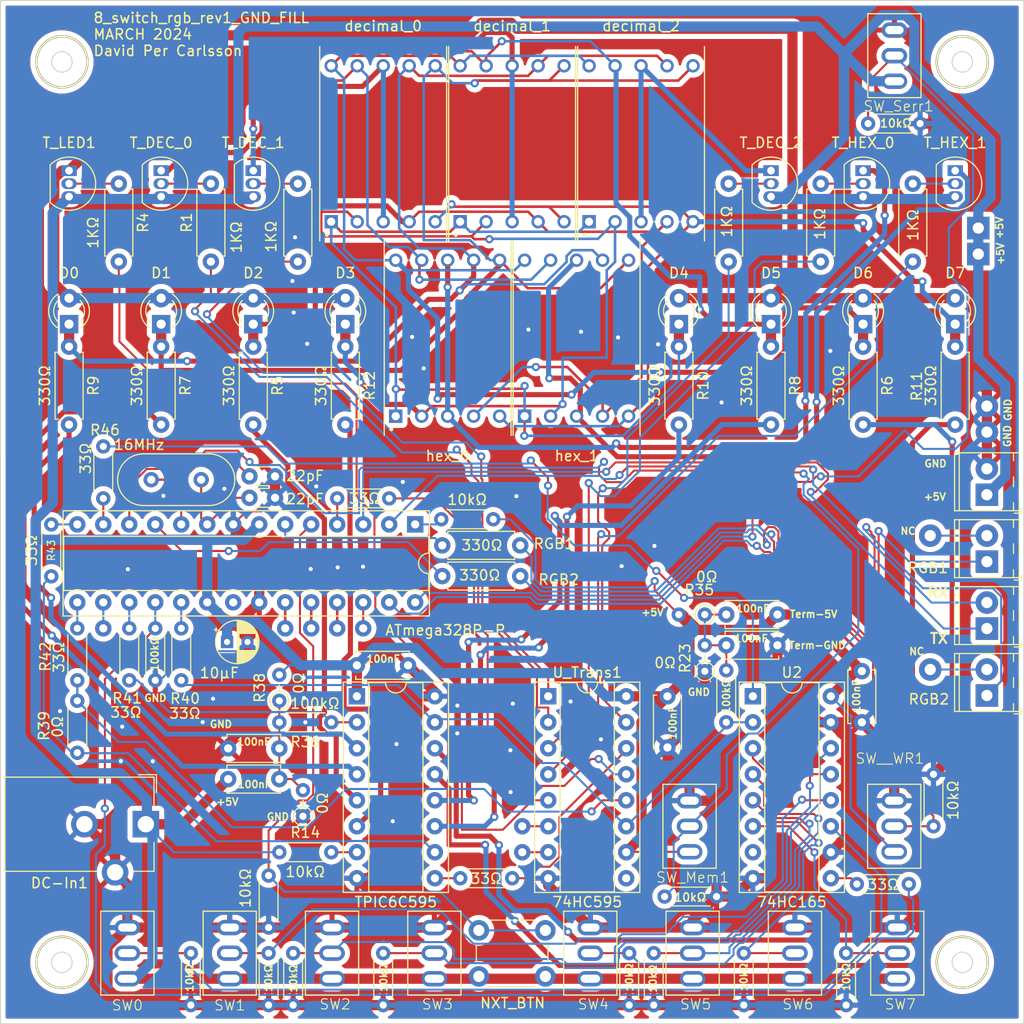
<source format=kicad_pcb>
(kicad_pcb (version 20221018) (generator pcbnew)
  (layers (0 "F.Cu" signal) (31 "B.Cu" signal) (34 "B.Paste" user) (35 "F.Paste" user) (36 "B.SilkS" user "B.Silkscreen") (37 "F.SilkS" user "F.Silkscreen") (38 "B.Mask" user) (39 "F.Mask" user) (44 "Edge.Cuts" user))
  (net 0 "")
  (net 1 "GND")
  (net 2 "Net-(MCU_1-XTAL1{slash}PB6)")
  (net 3 "Net-(MCU_1-XTAL2{slash}PB7)")
  (net 4 "unconnected-(MCU_1-PB2-Pad16)")
  (net 5 "+5V")
  (net 6 "Net-(D1-K)")
  (net 7 "Net-(D2-K)")
  (net 8 "Net-(D3-K)")
  (net 9 "Net-(D4-K)")
  (net 10 "Net-(D5-K)")
  (net 11 "Net-(D6-K)")
  (net 12 "Net-(D7-K)")
  (net 13 "Net-(T_DEC_1-E)")
  (net 14 "Net-(T_DEC_2-E)")
  (net 15 "Net-(T_HEX_1-E)")
  (net 16 "Net-(MCU_1-~{RESET}{slash}PC6)")
  (net 17 "Net-(MCU_1-PD0)")
  (net 18 "Net-(MCU_1-PD1)")
  (net 19 "Net-(MCU_1-PD2)")
  (net 20 "Net-(MCU_1-PD3)")
  (net 21 "Net-(MCU_1-PD4)")
  (net 22 "Net-(MCU_1-PD7)")
  (net 23 "Net-(MCU_1-PB0)")
  (net 24 "Net-(MCU_1-PB1)")
  (net 25 "Net-(MCU_1-PB3)")
  (net 26 "Net-(MCU_1-PB4)")
  (net 27 "unconnected-(MCU_1-PC0-Pad23)")
  (net 28 "unconnected-(MCU_1-PC1-Pad24)")
  (net 29 "unconnected-(MCU_1-PC2-Pad25)")
  (net 30 "unconnected-(MCU_1-PC3-Pad26)")
  (net 31 "Net-(U_Trans1-QC)")
  (net 32 "Net-(T_DEC_1-B)")
  (net 33 "Net-(T_DEC_2-B)")
  (net 34 "Net-(U_Trans1-QB)")
  (net 35 "Net-(U_Trans1-QA)")
  (net 36 "Net-(T_LED1-B)")
  (net 37 "Net-(U_Trans1-QF)")
  (net 38 "Net-(U_Drain1-DRAIN2)")
  (net 39 "Net-(U_Drain1-DRAIN6)")
  (net 40 "Net-(U_Drain1-DRAIN1)")
  (net 41 "Net-(U_Drain1-DRAIN5)")
  (net 42 "Net-(U_Drain1-DRAIN0)")
  (net 43 "Net-(U_Drain1-DRAIN4)")
  (net 44 "Net-(U_Drain1-DRAIN7)")
  (net 45 "Net-(U_Drain1-DRAIN3)")
  (net 46 "Net-(U_Trans1-QD)")
  (net 47 "Net-(T_HEX_1-B)")
  (net 48 "Net-(U_Drain1-~{CLR})")
  (net 49 "Net-(MCU_1-PC5)")
  (net 50 "Net-(U_Trans1-QE)")
  (net 51 "Net-(RGB2-Pin_1)")
  (net 52 "Net-(MCU_1-PC4)")
  (net 53 "Net-(MCU_1-PD6)")
  (net 54 "Net-(RGB1-Pin_1)")
  (net 55 "Net-(SW1-B)")
  (net 56 "Net-(SW2-B)")
  (net 57 "Net-(SW3-B)")
  (net 58 "Net-(SW4-B)")
  (net 59 "Net-(SW5-B)")
  (net 60 "Net-(SW6-B)")
  (net 61 "Net-(SW7-B)")
  (net 62 "unconnected-(RGB1-Pin_2-Pad2)")
  (net 63 "unconnected-(RGB2-Pin_2-Pad2)")
  (net 65 "Net-(U_Drain1-SER_OUT)")
  (net 66 "unconnected-(U_Trans1-QG-Pad6)")
  (net 67 "unconnected-(U_Trans1-QH-Pad7)")
  (net 69 "Net-(SW0-B)")
  (net 70 "Net-(C_TERM_GND0-Pad2)")
  (net 71 "Net-(C_TERM_GND1-Pad2)")
  (net 72 "Net-(D0-K)")
  (net 73 "Net-(D0-A)")
  (net 74 "Net-(T_DEC_0-E)")
  (net 75 "Net-(T_HEX_0-E)")
  (net 76 "Net-(T_DEC_0-B)")
  (net 77 "Net-(T_HEX_0-B)")
  (net 78 "Net-(MCU_1-PD5)")
  (net 79 "Net-(MCU_1-PB5)")
  (net 80 "Net-(U_Drain1-SER_IN)")
  (net 81 "Net-(U_Trans1-RCLK)")
  (net 82 "Net-(U_Drain1-RCLK)")
  (net 83 "Net-(U2-Q7)")
  (net 84 "Net-(U_Trans1-SER)")
  (net 85 "Net-(U2-~{PL})")
  (net 87 "Net-(U_Trans1-~{OE})")
  (net 88 "Net-(U2-CP)")
  (footprint "Capacitor_THT:C_Disc_D5.0mm_W2.5mm_P5.00mm" (layer "F.Cu") (at 139.617412 158.02 90)
    (fp_text reference "CU_BUTTONS1" hide)
    (fp_text value "100nF")
  )
  (footprint "Switch_Custom:SW_Toggle_Small" (layer "F.Cu") (at 143.077412 168.08 -90)
    (fp_text reference "SW__WR1")
    (fp_text value "SW__WR" hide)
  )
  (footprint "Capacitor_THT:C_Disc_D3.0mm_W1.6mm_P2.50mm" (layer "F.Cu") (at 82.267412 136.08 180)
    (fp_text reference "C1" hide)
    (fp_text value "22pF")
  )
  (footprint "TerminalBlock_Phoenix:TerminalBlock_Phoenix_MPT-0,5-2-2.54_1x02_P2.54mm_Horizontal" (layer "F.Cu") (at 151.837412 135.78 90)
    (fp_text reference "PWR_Screw1" hide)
    (fp_text value "Screw Terminal" hide)
  )
  (footprint "Switch_Custom:SW_Toggle_Small" (layer "F.Cu") (at 68.137412 180.48 -90)
    (fp_text reference "SW0")
    (fp_text value "SW0" hide)
  )
  (footprint "Resistor_THT:R_Axial_DIN0204_L3.6mm_D1.6mm_P2.54mm_Vertical" (layer "F.Cu") (at 124.267412 153.03 90)
    (fp_text reference "R23")
    (fp_text value "0Ω")
  )
  (footprint "TerminalBlock_Phoenix:TerminalBlock_Phoenix_MPT-0,5-2-2.54_1x02_P2.54mm_Horizontal" (layer "F.Cu") (at 151.837412 142.32 90)
    (fp_text reference "RGB1")
    (fp_text value "Screw Terminal" hide)
  )
  (footprint "Resistor_THT:R_Axial_DIN0204_L3.6mm_D1.6mm_P2.54mm_Vertical" (layer "F.Cu") (at 82.687412 155.92 90)
    (fp_text reference "R38")
    (fp_text value "0Ω")
  )
  (footprint "LED_THT:LED_D3.0mm" (layer "F.Cu") (at 130.737412 119.11 90)
    (fp_text reference "D5")
    (fp_text value "LED" hide)
  )
  (footprint "" (layer "F.Cu") (at 65.482412 148.84)
    (fp_text reference "")
    (fp_text value "")
  )
  (footprint "Package_TO_SOT_THT:TO-92_Inline" (layer "F.Cu") (at 71.137412 104.11 -90)
    (fp_text reference "T_DEC_0")
    (fp_text value "2N3904" hide)
  )
  (footprint "Resistor_THT:R_Axial_DIN0207_L6.3mm_D2.5mm_P7.62mm_Horizontal" (layer "F.Cu") (at 84.497412 105.38 -90)
    (fp_text reference "R2" hide)
    (fp_text value "1KΩ")
  )
  (footprint "Resistor_THT:R_Axial_DIN0204_L3.6mm_D1.6mm_P5.08mm_Horizontal" (layer "F.Cu") (at 139.127412 173.83)
    (fp_text reference "R44" hide)
    (fp_text value "33Ω")
  )
  (footprint "dc-barrelljacks:BarrelJack_CUI_PJ-102AH_Horizontal" (layer "F.Cu") (at 69.637412 167.98 -90)
    (fp_text reference "DC-In1")
    (fp_text value "Barrel_Jack_Switch_Pin3Ring" hide)
  )
  (footprint "Capacitor_THT:C_Disc_D5.0mm_W2.5mm_P5.00mm" (layer "F.Cu") (at 120.617412 155.48 -90)
    (fp_text reference "C_DRAIN0" hide)
    (fp_text value "100nF")
  )
  (footprint "Resistor_THT:R_Axial_DIN0204_L3.6mm_D1.6mm_P5.08mm_Horizontal" (layer "F.Cu") (at 128.077412 180.58 -90)
    (fp_text reference "R29" hide)
    (fp_text value "10kΩ")
  )
  (footprint "Resistor_THT:R_Axial_DIN0204_L3.6mm_D1.6mm_P5.08mm_Horizontal" (layer "F.Cu") (at 81.637412 180.58 -90)
    (fp_text reference "R32" hide)
    (fp_text value "10kΩ")
  )
  (footprint "Capacitor_THT:C_Disc_D5.0mm_W2.5mm_P5.00mm" (layer "F.Cu") (at 126.367412 147.49)
    (fp_text reference "C_TERM_VCC0" hide)
    (fp_text value "100nF")
  )
  (footprint "HDSP-511Y:LED_HDSP-511Y" (layer "F.Cu") (at 111.737412 120.48)
    (fp_text reference "hex_1")
    (fp_text value "HDSP-511Y" hide)
  )
  (footprint "" (layer "F.Cu") (at 150.997412 112.26)
    (fp_text reference "")
    (fp_text value "")
  )
  (footprint "Resistor_THT:R_Axial_DIN0207_L6.3mm_D2.5mm_P7.62mm_Horizontal" (layer "F.Cu") (at 144.597412 105.38 -90)
    (fp_text reference "R19" hide)
    (fp_text value "1KΩ")
  )
  (footprint "Resistor_THT:R_Axial_DIN0204_L3.6mm_D1.6mm_P2.54mm_Vertical" (layer "F.Cu") (at 124.267412 147.49 180)
    (fp_text reference "R35")
    (fp_text value "0Ω")
  )
  (footprint "LED_THT:LED_D3.0mm" (layer "F.Cu") (at 148.737412 119.11 90)
    (fp_text reference "D7")
    (fp_text value "LED" hide)
  )
  (footprint "LED_THT:LED_D3.0mm" (layer "F.Cu") (at 121.737412 119.11 90)
    (fp_text reference "D4")
    (fp_text value "LED" hide)
  )
  (footprint "Resistor_THT:R_Axial_DIN0207_L6.3mm_D2.5mm_P7.62mm_Horizontal" (layer "F.Cu") (at 106.232412 140.73 180)
    (fp_text reference "R20" hide)
    (fp_text value "330Ω")
  )
  (footprint "Package_TO_SOT_THT:TO-92_Inline" (layer "F.Cu") (at 139.737412 104.11 -90)
    (fp_text reference "T_HEX_0")
    (fp_text value "2N3904" hide)
  )
  (footprint "Package_TO_SOT_THT:TO-92_Inline" (layer "F.Cu") (at 62.137412 104.11 -90)
    (fp_text reference "T_LED1")
    (fp_text value "2N3904" hide)
  )
  (footprint "Switch_Custom:SW_Toggle_Small" (layer "F.Cu") (at 133.377412 180.48 -90)
    (fp_text reference "SW6")
    (fp_text value "SW6" hide)
  )
  (footprint "Resistor_THT:R_Axial_DIN0207_L6.3mm_D2.5mm_P7.62mm_Horizontal" (layer "F.Cu") (at 139.737412 121.31 -90)
    (fp_text reference "R6")
    (fp_text value "330Ω")
  )
  (footprint "Resistor_THT:R_Axial_DIN0207_L6.3mm_D2.5mm_P7.62mm_Horizontal" (layer "F.Cu") (at 71.137412 121.31 -90)
    (fp_text reference "R7")
    (fp_text value "330Ω")
  )
  (footprint "Resistor_THT:R_Axial_DIN0207_L6.3mm_D2.5mm_P7.62mm_Horizontal" (layer "F.Cu") (at 66.997412 105.38 -90)
    (fp_text reference "R4")
    (fp_text value "1KΩ")
  )
  (footprint "Switch_Custom:SW_Toggle_Small" (layer "F.Cu") (at 143.097412 92.77 -90)
    (fp_text reference "SW_Serr1")
    (fp_text value "SW__Serr" hide)
  )
  (footprint "Resistor_THT:R_Axial_DIN0204_L3.6mm_D1.6mm_P5.08mm_Horizontal" (layer "F.Cu") (at 105.447412 173.26 180)
    (fp_text reference "R45" hide)
    (fp_text value "33Ω")
  )
  (footprint "Resistor_THT:R_Axial_DIN0204_L3.6mm_D1.6mm_P5.08mm_Horizontal" (layer "F.Cu") (at 84.037412 180.58 -90)
    (fp_text reference "R31" hide)
    (fp_text value "10kΩ")
  )
  (footprint "Resistor_THT:R_Axial_DIN0204_L3.6mm_D1.6mm_P5.08mm_Horizontal" (layer "F.Cu") (at 87.767412 158.02 180)
    (fp_text reference "R36")
    (fp_text value "100kΩ")
  )
  (footprint "Capacitor_THT:CP_Radial_D4.0mm_P2.00mm" (layer "F.Cu") (at 77.577412 150.17)
    (fp_text reference "C_MCU1" hide)
    (fp_text value "10μF")
  )
  (footprint "Package_DIP:DIP-16_W7.62mm_Socket" (layer "F.Cu") (at 128.967412 155.48)
    (fp_text reference "U2")
    (fp_text value "74HC165")
  )
  (footprint "Resistor_THT:R_Axial_DIN0204_L3.6mm_D1.6mm_P5.08mm_Horizontal" (layer "F.Cu") (at 146.617412 168.18 90)
    (fp_text reference "R25" hide)
    (fp_text value "10kΩ")
  )
  (footprint "Resistor_THT:R_Axial_DIN0204_L3.6mm_D1.6mm_P5.08mm_Horizontal" (layer "F.Cu") (at 62.942412 155.92 -90)
    (fp_text reference "R39")
    (fp_text value "0Ω")
  )
  (footprint "HDSP-511Y:LED_HDSP-511Y" (layer "F.Cu") (at 92.837412 101.48)
    (fp_text reference "decimal_0")
    (fp_text value "HDSP-511Y" hide)
  )
  (footprint "Button_Switch_THT:SW_PUSH_6mm_H5mm" (layer "F.Cu") (at 102.187412 178.355)
    (fp_text reference "SW_N1" hide)
    (fp_text value "NXT_BTN")
  )
  (footprint "Resistor_THT:R_Axial_DIN0204_L3.6mm_D1.6mm_P5.08mm_Horizontal" (layer "F.Cu") (at 140.227412 99.51)
    (fp_text reference "R26" hide)
    (fp_text value "10kΩ")
  )
  (footprint "Resistor_THT:R_Axial_DIN0204_L3.6mm_D1.6mm_P5.08mm_Horizontal" (layer "F.Cu") (at 120.337412 175.05)
    (fp_text reference "R24" hide)
    (fp_text value "10kΩ")
  )
  (footprint "" (layer "F.Cu") (at 151.837412 127.12)
    (fp_text reference "")
    (fp_text value "")
  )
  (footprint "Resistor_THT:R_Axial_DIN0204_L3.6mm_D1.6mm_P5.08mm_Horizontal" (layer "F.Cu") (at 103.592412 138.18 180)
    (fp_text reference "R17" hide)
    (fp_text value "10kΩ")
  )
  (footprint "Resistor_THT:R_Axial_DIN0204_L3.6mm_D1.6mm_P5.08mm_Horizontal" (layer "F.Cu") (at 138.077412 180.58 -90)
    (fp_text reference "R33" hide)
    (fp_text value "10kΩ")
  )
  (footprint "Switch_Custom:SW_Toggle_Small" (layer "F.Cu") (at 78.137412 180.48 -90)
    (fp_text reference "SW1")
    (fp_text value "SW1" hide)
  )
  (footprint "Switch_Custom:SW_Toggle_Small" (layer "F.Cu") (at 123.077412 168.08 -90)
    (fp_text reference "SW_Mem1")
    (fp_text value "SW__MEM" hide)
  )
  (footprint "LED_THT:LED_D3.0mm" (layer "F.Cu") (at 89.137412 119.11 90)
    (fp_text reference "D3")
    (fp_text value "LED" hide)
  )
  (footprint "Resistor_THT:R_Axial_DIN0204_L3.6mm_D1.6mm_P5.08mm_Horizontal" (layer "F.Cu") (at 88.342412 136.14)
    (fp_text reference "R18" hide)
    (fp_text value "33Ω")
  )
  (footprint "Resistor_THT:R_Axial_DIN0204_L3.6mm_D1.6mm_P5.08mm_Horizontal" (layer "F.Cu") (at 60.402412 138.68 -90)
    (fp_text reference "R43" hide)
    (fp_text value "33Ω")
  )
  (footprint "LED_THT:LED_D3.0mm" (layer "F.Cu") (at 71.137412 119.11 90)
    (fp_text reference "D1")
    (fp_text value "LED" hide)
  )
  (footprint "Capacitor_THT:C_Disc_D3.0mm_W1.6mm_P2.50mm" (layer "F.Cu") (at 79.767412 133.98)
    (fp_text reference "C2" hide)
    (fp_text value "22pF")
  )
  (footprint "Package_DIP:DIP-16_W7.62mm_Socket" (layer "F.Cu") (at 108.967412 155.48)
    (fp_text reference "U_Trans1")
    (fp_text value "74HC595")
  )
  (footprint "" (layer "F.Cu") (at 145.297412 139.78)
    (fp_text reference "")
    (fp_text value "")
  )
  (footprint "" (layer "F.Cu") (at 106.427412 168.18)
    (fp_text reference "")
    (fp_text value "")
  )
  (footprint "LED_THT:LED_D3.0mm" (layer "F.Cu") (at 62.137412 119.11 90)
    (fp_text reference "D0")
    (fp_text value "LED" hide)
  )
  (footprint "Resistor_THT:R_Axial_DIN0204_L3.6mm_D1.6mm_P5.08mm_Horizontal" (layer "F.Cu") (at 73.102412 148.84 -90)
    (fp_text reference "R40")
    (fp_text value "33Ω")
  )
  (footprint "LED_THT:LED_D3.0mm" (layer "F.Cu") (at 139.737412 119.11 90)
    (fp_text reference "D6")
    (fp_text value "LED" hide)
  )
  (footprint "Resistor_THT:R_Axial_DIN0204_L3.6mm_D1.6mm_P2.54mm_Vertical" (layer "F.Cu") (at 84.997412 167.2 90)
    (fp_text reference "R37" hide)
    (fp_text value "0Ω")
  )
  (footprint "Resistor_THT:R_Axial_DIN0204_L3.6mm_D1.6mm_P5.08mm_Horizontal" (layer "F.Cu") (at 68.022412 148.84 -90)
    (fp_text reference "R41")
    (fp_text value "33Ω")
  )
  (footprint "Resistor_THT:R_Axial_DIN0207_L6.3mm_D2.5mm_P7.62mm_Horizontal" (layer "F.Cu") (at 106.232412 143.73 180)
    (fp_text reference "R21" hide)
    (fp_text value "330Ω")
  )
  (footprint "Resistor_THT:R_Axial_DIN0204_L3.6mm_D1.6mm_P5.08mm_Horizontal" (layer "F.Cu") (at 65.482412 131.06 -90)
    (fp_text reference "R46")
    (fp_text value "33Ω")
  )
  (footprint "Package_DIP:DIP-28_W7.62mm_Socket" (layer "F.Cu") (at 95.962412 138.68 -90)
    (fp_text reference "MCU_1" hide)
    (fp_text value "ATmega328P-P")
  )
  (footprint "Resistor_THT:R_Axial_DIN0204_L3.6mm_D1.6mm_P5.08mm_Horizontal" (layer "F.Cu") (at 116.877412 180.58 -90)
    (fp_text reference "R27" hide)
    (fp_text value "10kΩ")
  )
  (footprint "LED_THT:LED_D3.0mm" (layer "F.Cu") (at 80.137412 119.11 90)
    (fp_text reference "D2")
    (fp_text value "LED" hide)
  )
  (footprint "HDSP-511Y:LED_HDSP-511Y" (layer "F.Cu") (at 118.037412 101.48)
    (fp_text reference "decimal_2")
    (fp_text value "HDSP-511Y" hide)
  )
  (footprint "Resistor_THT:R_Axial_DIN0204_L3.6mm_D1.6mm_P5.08mm_Horizontal" (layer "F.Cu") (at 82.687412 170.72)
    (fp_text reference "R14")
    (fp_text value "10kΩ")
  )
  (footprint "Resistor_THT:R_Axial_DIN0207_L6.3mm_D2.5mm_P7.62mm_Horizontal" (layer "F.Cu") (at 89.137412 121.31 -90)
    (fp_text reference "R12")
    (fp_text value "330Ω")
  )
  (footprint "Capacitor_THT:C_Disc_D5.0mm_W2.5mm_P5.00mm" (layer "F.Cu") (at 82.687412 163.57 180)
    (fp_text reference "C_TERM_VCC1" hide)
    (fp_text value "100nF")
  )
  (footprint "Resistor_THT:R_Axial_DIN0204_L3.6mm_D1.6mm_P5.08mm_Horizontal" (layer "F.Cu") (at 81.637412 173 -90)
    (fp_text reference "R15" hide)
    (fp_text value "10kΩ")
  )
  (footprint "Package_TO_SOT_THT:TO-92_Inline" (layer "F.Cu") (at 80.137412 104.11 -90)
    (fp_text reference "T_DEC_1")
    (fp_text value "2N3904" hide)
  )
  (footprint "Resistor_THT:R_Axial_DIN0207_L6.3mm_D2.5mm_P7.62mm_Horizontal" (layer "F.Cu") (at 126.597412 105.38 -90)
    (fp_text reference "R3" hide)
    (fp_text value "1KΩ")
  )
  (footprint "Switch_Custom:SW_Toggle_Small" (layer "F.Cu") (at 113.377412 180.48 -90)
    (fp_text reference "SW4")
    (fp_text value "SW4" hide)
  )
  (footprint "Package_TO_SOT_THT:TO-92_Inline" (layer "F.Cu") (at 130.737412 104.11 -90)
    (fp_text reference "T_DEC_2")
    (fp_text value "2N3904" hide)
  )
  (footprint "" (layer "F.Cu") (at 88.342412 148.84)
    (fp_text reference "")
    (fp_text value "")
  )
  (footprint "Package_DIP:DIP-16_W7.62mm_Socket" (layer "F.Cu") (at 90.267412 155.48)
    (fp_text reference "U_Drain1" hide)
    (fp_text value "TPIC6C595")
  )
  (footprint "" (layer "F.Cu") (at 90.882412 148.84)
    (fp_text reference "")
    (fp_text value "")
  )
  (footprint "Switch_Custom:SW_Toggle_Small" (layer "F.Cu") (at 88.137412 180.48 -90)
    (fp_text reference "SW2")
    (fp_text value "SW2" hide)
  )
  (footprint "Package_TO_SOT_THT:TO-92_Inline" (layer "F.Cu") (at 148.737412 104.11 -90)
    (fp_text reference "T_HEX_1")
    (fp_text value "2N3904" hide)
  )
  (footprint "" (layer "F.Cu") (at 146.297412 152.86)
    (fp_text reference "")
    (fp_text value "")
  )
  (footprint "Resistor_THT:R_Axial_DIN0204_L3.6mm_D1.6mm_P5.08mm_Horizontal" (layer "F.Cu") (at 126.367412 158.02 90)
    (fp_text reference "R22" hide)
    (fp_text value "100kΩ")
  )
  (footprint "Resistor_THT:R_Axial_DIN0207_L6.3mm_D2.5mm_P7.62mm_Horizontal" (layer "F.Cu") (at 148.737412 121.31 -90)
    (fp_text reference "R11")
    (fp_text value "330Ω")
  )
  (footprint "" (layer "F.Cu") (at 150.997412 109.72)
    (fp_text reference "")
    (fp_text value "")
  )
  (footprint "" (layer "F.Cu") (at 151.837412 128.16)
    (fp_text reference "")
    (fp_text value "")
  )
  (footprint "TerminalBlock_Phoenix:TerminalBlock_Phoenix_MPT-0,5-2-2.54_1x02_P2.54mm_Horizontal" (layer "F.Cu") (at 151.837412 155.4 90)
    (fp_text reference "RGB2")
    (fp_text value "Screw Terminal" hide)
  )
  (footprint "TerminalBlock_Phoenix:TerminalBlock_Phoenix_MPT-0,5-2-2.54_1x02_P2.54mm_Horizontal" (layer "F.Cu") (at 151.837412 148.86 90)
    (fp_text reference "Serial_Screw1" hide)
    (fp_text value "Screw Terminal" hide)
  )
  (footprint "Switch_Custom:SW_Toggle_Small" (layer "F.Cu") (at 143.377412 180.48 -90)
    (fp_text reference "SW7")
    (fp_text value "SW7" hide)
  )
  (footprint "Resistor_THT:R_Axial_DIN0207_L6.3mm_D2.5mm_P7.62mm_Horizontal" (layer "F.Cu") (at 75.997412 113 90)
    (fp_text reference "R1")
    (fp_text value "1KΩ")
  )
  (footprint "Crystal:Crystal_HC49-4H_Vertical" (layer "F.Cu") (at 75.047412 134.31 180)
    (fp_text reference "Y1" hide)
    (fp_text value "16MHz")
  )
  (footprint "Capacitor_THT:C_Disc_D5.0mm_W2.5mm_P5.00mm" (layer "F.Cu") (at 131.367412 150.49 180)
    (fp_text reference "C_TERM_GND0" hide)
    (fp_text value "100nF")
  )
  (footprint "Resistor_THT:R_Axial_DIN0207_L6.3mm_D2.5mm_P7.62mm_Horizontal" (layer "F.Cu") (at 130.737412 121.31 -90)
    (fp_text reference "R8")
    (fp_text value "330Ω")
  )
  (footprint "Resistor_THT:R_Axial_DIN0207_L6.3mm_D2.5mm_P7.62mm_Horizontal" (layer "F.Cu") (at 135.597412 113 90)
    (fp_text reference "R13" hide)
    (fp_text value "1KΩ")
  )
  (footprint "" (layer "F.Cu") (at 106.427412 170.72)
    (fp_text reference "")
    (fp_text value "")
  )
  (footprint "Switch_Custom:SW_Toggle_Small" (layer "F.Cu") (at 123.377412 180.48 -90)
    (fp_text reference "SW5")
    (fp_text value "SW5" hide)
  )
  (footprint "Resistor_THT:R_Axial_DIN0207_L6.3mm_D2.5mm_P7.62mm_Horizontal" (layer "F.Cu") (at 80.137412 121.31 -90)
    (fp_text reference "R5")
    (fp_text value "330Ω")
  )
  (footprint "Capacitor_THT:C_Disc_D5.0mm_W2.5mm_P5.00mm" (layer "F.Cu") (at 77.687412 160.57)
    (fp_text reference "C_TERM_GND1" hide)
    (fp_text value "100nF")
  )
  (footprint "" (layer "F.Cu") (at 83.262412 148.84)
    (fp_text reference "")
    (fp_text value "")
  )
  (footprint "Capacitor_THT:C_Disc_D5.0mm_W2.5mm_P5.00mm" (layer "F.Cu") (at 90.267412 152.45)
    (fp_text reference "C_TRANS1" hide)
    (fp_text value "100nF")
  )
  (footprint "" (layer "F.Cu") (at 85.802412 148.84)
    (fp_text reference "")
    (fp_text value "")
  )
  (footprint "Resistor_THT:R_Axial_DIN0207_L6.3mm_D2.5mm_P7.62mm_Horizontal" (layer "F.Cu") (at 121.737412 121.31 -90)
    (fp_text reference "R10")
    (fp_text value "330Ω")
  )
  (footprint "Resistor_THT:R_Axial_DIN0204_L3.6mm_D1.6mm_P5.08mm_Horizontal" (layer "F.Cu") (at 74.037412 180.58 -90)
    (fp_text reference "R34" hide)
    (fp_text value "10kΩ")
  )
  (footprint "HDSP-511Y:LED_HDSP-511Y" (layer "F.Cu") (at 99.137412 120.48)
    (fp_text reference "hex_0")
    (fp_text value "HDSP-511Y" hide)
  )
  (footprint "Resistor_THT:R_Axial_DIN0207_L6.3mm_D2.5mm_P7.62mm_Horizontal" (layer "F.Cu") (at 62.137412 121.31 -90)
    (fp_text reference "R9")
    (fp_text value "330Ω")
  )
  (footprint "Switch_Custom:SW_Toggle_Small" (layer "F.Cu") (at 98.137412 180.48 -90)
    (fp_text reference "SW3")
    (fp_text value "SW3" hide)
  )
  (footprint "Resistor_THT:R_Axial_DIN0204_L3.6mm_D1.6mm_P5.08mm_Horizontal" (layer "F.Cu") (at 62.942412 148.84 -90)
    (fp_text reference "R42")
    (fp_text value "33Ω")
  )
  (footprint "Resistor_THT:R_Axial_DIN0204_L3.6mm_D1.6mm_P5.08mm_Horizontal" (layer "F.Cu") (at 70.562412 148.84 -90)
    (fp_text reference "R16" hide)
    (fp_text value "100kΩ")
  )
  (footprint "Resistor_THT:R_Axial_DIN0204_L3.6mm_D1.6mm_P5.08mm_Horizontal" (layer "F.Cu") (at 92.837412 180.58 -90)
    (fp_text reference "R28" hide)
    (fp_text value "10kΩ")
  )
  (footprint "Resistor_THT:R_Axial_DIN0204_L3.6mm_D1.6mm_P5.08mm_Horizontal" (layer "F.Cu") (at 119.277412 180.58 -90)
    (fp_text reference "R30" hide)
    (fp_text value "10kΩ")
  )
  (footprint "HDSP-511Y:LED_HDSP-511Y" (layer "F.Cu") (at 105.437412 101.48)
    (fp_text reference "decimal_1")
    (fp_text value "HDSP-511Y" hide)
  )
  (gr_circle (center 61.437412 181.48) (end 63.937412 181.48) (stroke (width 0.2)) (fill none) (layer "F.Cu"))
  (gr_circle (center 61.437412 93.48) (end 63.937412 93.48) (stroke (width 0.2)) (fill none) (layer "F.Cu"))
  (gr_circle (center 149.437412 181.48) (end 151.937412 181.48) (stroke (width 0.2)) (fill none) (layer "F.Cu"))
  (gr_circle (center 149.437412 93.48) (end 151.937412 93.48) (stroke (width 0.2)) (fill none) (layer "F.Cu"))
  (gr_circle (center 61.437412 181.48) (end 63.937412 181.48) (stroke (width 0.2)) (fill none) (layer "B.Cu"))
  (gr_circle (center 149.437412 181.48) (end 151.937412 181.48) (stroke (width 0.2)) (fill none) (layer "B.Cu"))
  (gr_circle (center 61.437412 93.48) (end 63.937412 93.48) (stroke (width 0.2)) (fill none) (layer "B.Cu"))
  (gr_circle (center 149.437412 93.48) (end 151.937412 93.48) (stroke (width 0.2)) (fill none) (layer "B.Cu"))
  (gr_circle (center 61.437412 93.48) (end 63.937412 93.48) (stroke (width 0.15)) (fill none) (layer "F.SilkS"))
  (gr_circle (center 149.437412 181.48) (end 151.937412 181.48) (stroke (width 0.15)) (fill none) (layer "F.SilkS"))
  (gr_circle (center 149.437412 93.48) (end 151.937412 93.48) (stroke (width 0.15)) (fill none) (layer "F.SilkS"))
  (gr_circle (center 61.437412 181.48) (end 63.937412 181.48) (stroke (width 0.15)) (fill none) (layer "F.SilkS"))
  (gr_circle (center 149.437412 181.48) (end 150.437412 181.48) (stroke (width 0.1)) (fill none) (layer "Edge.Cuts"))
  (gr_rect (start 55.437412 87.48) (end 155.437412 187.48) (stroke (width 0.1)) (fill none) (layer "Edge.Cuts"))
  (gr_circle (center 61.437412 181.48) (end 62.437412 181.48) (stroke (width 0.1)) (fill none) (layer "Edge.Cuts"))
  (gr_circle (center 149.437412 93.48) (end 150.437412 93.48) (stroke (width 0.1)) (fill none) (layer "Edge.Cuts"))
  (gr_circle (center 61.437412 93.48) (end 62.437412 93.48) (stroke (width 0.1)) (fill none) (layer "Edge.Cuts"))
  (gr_text "8_switch_rgb_rev1_GND_FILL\nMARCH 2024\nDavid Per Carlsson" (at 64.437412 92.98) (layer "F.SilkS") (effects (font (size 1 1) (thickness 0.15) bold) (justify left bottom)))
  (gr_text "+5V" (at 119.157412 147.28) (layer "F.SilkS") (effects (font (size 0.7 0.7))))
  (gr_text "GND" (at 153.847412 130.05 90) (layer "F.SilkS") (effects (font (size 0.7 0.7))))
  (gr_text "NC" (at 144.127412 139.33) (layer "F.SilkS") (effects (font (size 0.7 0.7))))
  (gr_text "GND" (at 146.817412 132.74) (layer "F.SilkS") (effects (font (size 0.7 0.7))))
  (gr_text "GND" (at 76.977412 158.21) (layer "F.SilkS") (effects (font (size 0.7 0.7))))
  (gr_text "TX" (at 147.147412 149.83) (layer "F.SilkS") (effects (font (size 1 1) (thickness 0.2) bold)))
  (gr_text "+5V" (at 153.067412 109.68 90) (layer "F.SilkS") (effects (font (size 0.7 0.7))))
  (gr_text "GND" (at 70.577412 155.65) (layer "F.SilkS") (effects (font (size 0.7 0.7))))
  (gr_text "Term-5V" (at 134.897412 147.45) (layer "F.SilkS") (effects (font (size 0.7 0.7))))
  (gr_text "GND" (at 153.897412 127.48 90) (layer "F.SilkS") (effects (font (size 0.7 0.7))))
  (gr_text "Term-GND" (at 135.257412 150.5) (layer "F.SilkS") (effects (font (size 0.7 0.7))))
  (gr_text "GND" (at 82.547412 167.26) (layer "F.SilkS") (effects (font (size 0.7 0.7))))
  (gr_text "RX" (at 147.037412 145.34) (layer "F.SilkS") (effects (font (size 1 1) (thickness 0.2) bold)))
  (gr_text "+5V" (at 77.607412 165.8) (layer "F.SilkS") (effects (font (size 0.7 0.7))))
  (gr_text "+5V" (at 146.747412 135.98) (layer "F.SilkS") (effects (font (size 0.7 0.7))))
  (gr_text "RGB1" (at 109.517412 140.57) (layer "F.SilkS") (effects (font (size 1 1))))
  (gr_text "+5V" (at 153.167412 112.23 90) (layer "F.SilkS") (effects (font (size 0.7 0.7))))
  (gr_text "NC" (at 144.977412 151.1) (layer "F.SilkS") (effects (font (size 0.7 0.7))))
  (gr_text "GND" (at 123.687412 155.07) (layer "F.SilkS") (effects (font (size 0.7 0.7))))
  (gr_text "RGB2" (at 109.987412 144.08) (layer "F.SilkS") (effects (font (size 1 1))))
  (segment (start 143.107412 124.43) (end 144.227412 123.31) (width 1) (layer "F.Cu") (net 1))
  (segment (start 67.837412 178.08) (end 66.787412 179.13) (width 1) (layer "F.Cu") (net 1))
  (segment (start 67.837412 173.88) (end 66.637412 172.68) (width 1) (layer "F.Cu") (net 1))
  (segment (start 120.617412 160.48) (end 120.617412 161.48) (width 1) (layer "F.Cu") (net 1))
  (segment (start 124.257412 153.04) (end 124.267412 153.03) (width 1) (layer "F.Cu") (net 1))
  (segment (start 87.417412 169.62) (end 92.167412 169.62) (width 0.2) (layer "F.Cu") (net 1))
  (segment (start 79.462412 137.4) (end 78.182412 138.68) (width 0.2) (layer "F.Cu") (net 1))
  (segment (start 127.177412 175.05) (end 128.967412 173.26) (width 1) (layer "F.Cu") (net 1))
  (segment (start 84.997412 167.2) (end 87.417412 169.62) (width 0.2) (layer "F.Cu") (net 1))
  (segment (start 63.637412 167.98) (end 65.657412 167.98) (width 1) (layer "F.Cu") (net 1))
  (segment (start 96.387412 155.48) (end 97.887412 155.48) (width 1) (layer "F.Cu") (net 1))
  (segment (start 97.837412 178.08) (end 99.762412 176.155) (width 1) (layer "F.Cu") (net 1))
  (segment (start 123.077412 178.08) (end 143.077412 178.08) (width 1) (layer "F.Cu") (net 1))
  (segment (start 124.257412 156.84) (end 124.257412 153.04) (width 1) (layer "F.Cu") (net 1))
  (segment (start 143.107412 156.011522) (end 143.107412 124.43) (width 1) (layer "F.Cu") (net 1))
  (segment (start 66.787412 179.13) (end 66.736802 179.13) (width 1) (layer "F.Cu") (net 1))
  (segment (start 67.837412 178.08) (end 81.467412 178.08) (width 1) (layer "F.Cu") (net 1))
  (segment (start 125.417412 175.05) (end 127.177412 175.05) (width 1) (layer "F.Cu") (net 1))
  (segment (start 149.56584 123.31) (end 150.967412 121.908428) (width 1) (layer "F.Cu") (net 1))
  (segment (start 143.555128 90.37) (end 142.797412 90.37) (width 1) (layer "F.Cu") (net 1))
  (segment (start 139.617412 158.02) (end 136.587412 158.02) (width 1) (layer "F.Cu") (net 1))
  (segment (start 125.417412 166.07) (end 125.027412 165.68) (width 1) (layer "F.Cu") (net 1))
  (segment (start 144.227412 123.31) (end 149.56584 123.31) (width 1) (layer "F.Cu") (net 1))
  (segment (start 97.887412 155.07) (end 95.267412 152.45) (width 1) (layer "F.Cu") (net 1))
  (segment (start 79.577412 147.445) (end 80.722412 146.3) (width 1) (layer "F.Cu") (net 1))
  (segment (start 115.787412 120.41) (end 112.727412 120.41) (width 0.2) (layer "F.Cu") (net 1))
  (segment (start 81.467412 178.08) (end 97.837412 178.08) (width 1) (layer "F.Cu") (net 1))
  (segment (start 91.398782 173.26) (end 93.603097 171.055685) (width 1) (layer "F.Cu") (net 1))
  (segment (start 93.603097 171.055685) (end 95.887412 168.77137) (width 1) (layer "F.Cu") (net 1))
  (segment (start 113.077412 178.08) (end 108.967412 173.97) (width 1) (layer "F.Cu") (net 1))
  (segment (start 107.237412 119.85) (end 107.027412 119.64) (width 0.2) (layer "F.Cu") (net 1))
  (segment (start 122.777412 163.64) (end 122.777412 165.68) (width 1) (layer "F.Cu") (net 1))
  (segment (start 68.357412 165.28) (end 72.547412 165.28) (width 1) (layer "F.Cu") (net 1))
  (segment (start 79.577412 150.17) (end 79.577412 147.445) (width 1) (layer "F.Cu") (net 1))
  (segment (start 99.762412 176.155) (end 111.152412 176.155) (width 1) (layer "F.Cu") (net 1))
  (segment (start 125.027412 165.68) (end 122.777412 165.68) (width 1) (layer "F.Cu") (net 1))
  (segment (start 66.637412 170.98) (end 63.637412 167.98) (width 1) (layer "F.Cu") (net 1))
  (segment (start 142.777412 165.68) (end 142.777412 161.18) (width 1) (layer "F.Cu") (net 1))
  (segment (start 146.597412 99.45) (end 146.597412 95.93) (width 1) (layer "F.Cu") (net 1))
  (segment (start 123.077412 177.39) (end 125.417412 175.05) (width 1) (layer "F.Cu") (net 1))
  (segment (start 136.587412 158.02) (end 138.087412 159.52) (width 1) (layer "F.Cu") (net 1))
  (segment (start 82.267412 136.08) (end 80.947412 137.4) (width 0.2) (layer "F.Cu") (net 1))
  (segment (start 65.657412 167.98) (end 68.357412 165.28) (width 1) (layer "F.Cu") (net 1))
  (segment (start 136.587412 170.72) (end 136.536042 170.72) (width 1) (layer "F.Cu") (net 1))
  (segment (start 67.507412 185.66) (end 138.077412 185.66) (width 1) (layer "F.Cu") (net 1))
  (segment (start 80.722412 141.22) (end 78.182412 138.68) (width 1) (layer "F.Cu") (net 1))
  (segment (start 135.456042 158.02) (end 131.367412 153.93137) (width 1) (layer "F.Cu") (net 1))
  (segment (start 65.887412 184.04) (end 67.507412 185.66) (width 1) (layer "F.Cu") (net 1))
  (segment (start 146.597412 111.22) (end 146.597412 99.45) (width 1) (layer "F.Cu") (net 1))
  (segment (start 108.967412 173.97) (end 108.967412 173.435) (width 1) (layer "F.Cu") (net 1))
  (segment (start 149.067412 162.09) (end 145.387412 158.41) (width 1) (layer "F.Cu") (net 1))
  (segment (start 82.267412 133.98) (end 82.267412 136.08) (width 1) (layer "F.Cu") (net 1))
  (segment (start 92.167412 169.62) (end 93.603097 171.055685) (width 0.2) (layer "F.Cu") (net 1))
  (segment (start 80.722412 146.3) (end 80.722412 141.22) (width 1) (layer "F.Cu") (net 1))
  (segment (start 72.547412 165.28) (end 79.577412 158.25) (width 1) (layer "F.Cu") (net 1))
  (segment (start 100.087412 159.09) (end 100.077412 159.1) (width 0.2) (layer "F.Cu") (net 1))
  (segment (start 150.967412 121.908428) (end 150.967412 115.59) (width 1) (layer "F.Cu") (net 1))
  (segment (start 142.777412 161.18) (end 139.617412 158.02) (width 1) (layer "F.Cu") (net 1))
  (segment (start 146.597412 95.93) (end 145.677412 95.01) (width 1) (layer "F.Cu") (net 1))
  (segment (start 143.597412 178.08) (end 149.067412 172.61) (width 1) (layer "F.Cu") (net 1))
  (segment (start 112.727412 120.41) (end 112.167412 119.85) (width 0.2) (layer "F.Cu") (net 1))
  (segment (start 143.077412 178.08) (end 143.597412 178.08) (width 1) (layer "F.Cu") (net 1))
  (segment (start 100.087412 156.39) (end 100.087412 159.09) (width 0.2) (layer "F.Cu") (net 1))
  (segment (start 150.967412 115.59) (end 146.597412 111.22) (width 1) (layer "F.Cu") (net 1))
  (segment (start 149.067412 172.61) (end 149.067412 162.09) (width 1) (layer "F.Cu") (net 1))
  (segment (start 151.837412 125.581572) (end 151.837412 133.24) (width 1) (layer "F.Cu") (net 1))
  (segment (start 67.837412 178.08) (end 67.837412 173.88) (width 1) (layer "F.Cu") (net 1))
  (segment (start 97.837412 178.08) (end 95.087412 178.08) (width 1) (layer "F.Cu") (net 1))
  (segment (start 95.087412 178.08) (end 90.267412 173.26) (width 1) (layer "F.Cu") (net 1))
  (segment (start 79.577412 158.25) (end 79.577412 150.17) (width 1) (layer "F.Cu") (net 1))
  (segment (start 112.167412 119.85) (end 107.237412 119.85) (width 0.2) (layer "F.Cu") (net 1))
  (segment (start 145.387412 158.291522) (end 143.107412 156.011522) (width 1) (layer "F.Cu") (net 1))
  (segment (start 120.617412 161.48) (end 122.777412 163.64) (width 1) (layer "F.Cu") (net 1))
  (segment (start 134.047412 173.26) (end 136.587412 170.72) (width 1) (layer "F.Cu") (net 1))
  (segment (start 65.887412 179.97939) (end 65.887412 184.04) (width 1) (layer "F.Cu") (net 1))
  (segment (start 138.087412 159.52) (end 138.087412 169.22) (width 1) (layer "F.Cu") (net 1))
  (segment (start 120.617412 160.48) (end 124.257412 156.84) (width 1) (layer "F.Cu") (net 1))
  (segment (start 80.947412 137.4) (end 79.462412 137.4) (width 0.2) (layer "F.Cu") (net 1))
  (segment (start 95.887412 155.98) (end 96.387412 155.48) (width 1) (layer "F.Cu") (net 1))
  (segment (start 138.087412 169.22) (end 136.587412 170.72) (width 1) (layer "F.Cu") (net 1))
  (segment (start 123.077412 178.08) (end 123.077412 177.39) (width 1) (layer "F.Cu") (net 1))
  (segment (start 66.736802 179.13) (end 65.887412 179.97939) (width 1) (layer "F.Cu") (net 1))
  (segment (start 128.967412 173.26) (end 134.047412 173.26) (width 1) (layer "F.Cu") (net 1))
  (segment (start 97.887412 155.48) (end 97.887412 155.07) (width 1) (layer "F.Cu") (net 1))
  (segment (start 95.887412 168.77137) (end 95.887412 166.62) (width 1) (layer "F.Cu") (net 1))
  (segment (start 113.077412 178.08) (end 123.077412 178.08) (width 1) (layer "F.Cu") (net 1))
  (segment (start 145.677412 95.01) (end 145.677412 92.492284) (width 1) (layer "F.Cu") (net 1))
  (segment (start 131.367412 153.93137) (end 131.367412 150.49) (width 1) (layer "F.Cu") (net 1))
  (segment (start 111.152412 176.155) (end 113.077412 178.08) (width 1) (layer "F.Cu") (net 1))
  (segment (start 147.627412 162.09) (end 146.617412 163.1) (width 1) (layer "F.Cu") (net 1))
  (segment (start 149.067412 162.09) (end 147.627412 162.09) (width 1) (layer "F.Cu") (net 1))
  (segment (start 136.587412 158.02) (end 135.456042 158.02) (width 1) (layer "F.Cu") (net 1))
  (segment (start 95.887412 166.62) (end 95.887412 155.98) (width 1) (layer "F.Cu") (net 1))
  (segment (start 84.997412 167.2) (end 85.237412 166.96) (width 0.2) (layer "F.Cu") (net 1))
  (segment (start 149.56584 123.31) (end 151.837412 125.581572) (width 1) (layer "F.Cu") (net 1))
  (segment (start 145.387412 158.41) (end 145.387412 158.291522) (width 1) (layer "F.Cu") (net 1))
  (segment (start 146.537412 99.51) (end 145.307412 99.51) (width 1) (layer "F.Cu") (net 1))
  (segment (start 66.637412 172.68) (end 66.637412 170.98) (width 1) (layer "F.Cu") (net 1))
  (segment (start 90.267412 173.26) (end 91.398782 173.26) (width 1) (layer "F.Cu") (net 1))
  (segment (start 145.677412 92.492284) (end 143.555128 90.37) (width 1) (layer "F.Cu") (net 1))
  (segment (start 146.597412 99.45) (end 146.537412 99.51) (width 1) (layer "F.Cu") (net 1))
  (segment (start 125.417412 175.05) (end 125.417412 166.07) (width 1) (layer "F.Cu") (net 1))
  (via (at 84.087412 117.97) (size 0.8) (drill 0.4) (layers "F.Cu" "B.Cu") (net 1))
  (via (at 85.227412 158.02) (size 0.8) (drill 0.4) (layers "F.Cu" "B.Cu") (net 1))
  (via (at 114.117412 159.69) (size 0.8) (drill 0.4) (layers "F.Cu" "B.Cu") (net 1))
  (via (at 86.297412 134.96) (size 0.8) (drill 0.4) (layers "F.Cu" "B.Cu") (net 1))
  (via (at 70.317412 161.83) (size 0.8) (drill 0.4) (layers "F.Cu" "B.Cu") (net 1))
  (via (at 100.077412 159.1) (size 0.8) (drill 0.4) (layers "F.Cu" "B.Cu") (net 1))
  (via (at 95.667412 120.36) (size 0.8) (drill 0.4) (layers "F.Cu" "B.Cu") (net 1))
  (via (at 90.867412 142.81) (size 0.8) (drill 0.4) (layers "F.Cu" "B.Cu") (net 1))
  (via (at 76.207412 155.72) (size 0.8) (drill 0.4) (layers "F.Cu" "B.Cu") (net 1))
  (via (at 83.967412 114.89) (size 0.8) (drill 0.4) (layers "F.Cu" "B.Cu") (net 1))
  (via (at 93.767412 167.69) (size 0.8) (drill 0.4) (layers "F.Cu" "B.Cu") (net 1))
  (via (at 75.197412 158.01) (size 0.8) (drill 0.4) (layers "F.Cu" "B.Cu") (net 1))
  (via (at 105.507412 156.2) (size 0.8) (drill 0.4) (layers "F.Cu" "B.Cu") (net 1))
  (via (at 119.707412 121.08) (size 0.8) (drill 0.4) (layers "F.Cu" "B.Cu") (net 1))
  (via (at 94.137412 160.15) (size 0.8) (drill 0.4) (layers "F.Cu" "B.Cu") (net 1))
  (via (at 67.887412 143.06) (size 0.8) (drill 0.4) (layers "F.Cu" "B.Cu") (net 1))
  (via (at 105.857412 135.92) (size 0.8) (drill 0.4) (layers "F.Cu" "B.Cu") (net 1))
  (via (at 115.787412 120.41) (size 0.8) (drill 0.4) (layers "F.Cu" "B.Cu") (net 1))
  (via (at 107.027412 119.64) (size 0.8) (drill 0.4) (layers "F.Cu" "B.Cu") (net 1))
  (via (at 100.087412 156.39) (size 0.8) (drill 0.4) (layers "F.Cu" "B.Cu") (net 1))
  (via (at 125.907412 126.76) (size 0.8) (drill 0.4) (layers "F.Cu" "B.Cu") (net 1))
  (via (at 77.317412 135.2) (size 0.8) (drill 0.4) (layers "F.Cu" "B.Cu") (net 1))
  (via (at 105.267412 160.75) (size 0.8) (drill 0.4) (layers "F.Cu" "B.Cu") (net 1))
  (via (at 112.167412 119.85) (size 0.8) (drill 0.4) (layers "F.Cu" "B.Cu") (net 1))
  (via (at 61.257412 156.93) (size 0.8) (drill 0.4) (layers "F.Cu" "B.Cu") (net 1))
  (via (at 111.147412 155.99) (size 0.8) (drill 0.4) (layers "F.Cu" "B.Cu") (net 1))
  (via (at 85.757412 143.04) (size 0.8) (drill 0.4) (layers "F.Cu" "B.Cu") (net 1))
  (via (at 116.137412 142.76) (size 0.8) (drill 0.4) (layers "F.Cu" "B.Cu") (net 1))
  (via (at 85.407412 121.03) (size 0.8) (drill 0.4) (layers "F.Cu" "B.Cu") (net 1))
  (via (at 96.797412 123.43) (size 0.8) (drill 0.4) (layers "F.Cu" "B.Cu") (net 1))
  (via (at 67.197412 161.81) (size 0.8) (drill 0.4) (layers "F.Cu" "B.Cu") (net 1))
  (via (at 71.357412 135.89) (size 0.8) (drill 0.4) (layers "F.Cu" "B.Cu") (net 1))
  (via (at 88.387412 142.88) (size 0.8) (drill 0.4) (layers "F.Cu" "B.Cu") (net 1))
  (via (at 84.217412 110.62) (size 0.8) (drill 0.4) (layers "F.Cu" "B.Cu") (net 1))
  (via (at 136.536776 121.721921) (size 0.8) (drill 0.4) (layers "F.Cu" "B.Cu") (net 1))
  (via (at 85.057412 153.67) (size 0.8) (drill 0.4) (layers "F.Cu" "B.Cu") (net 1))
  (via (at 119.347412 140.78) (size 0.8) (drill 0.4) (layers "F.Cu" "B.Cu") (net 1))
  (via (at 105.287412 164.84) (size 0.8) (drill 0.4) (layers "F.Cu" "B.Cu") (net 1))
  (via (at 67.327412 158.45) (size 0.8) (drill 0.4) (layers "F.Cu" "B.Cu") (net 1))
  (via (at 85.097412 155.65) (size 0.8) (drill 0.4) (layers "F.Cu" "B.Cu") (net 1))
  (via (at 94.757412 134.53) (size 0.8) (drill 0.4) (layers "F.Cu" "B.Cu") (net 1))
  (segment (start 73.872412 151.07) (end 78.677412 151.07) (width 0.2) (layer "B.Cu") (net 1))
  (segment (start 70.562412 153.92) (end 70.792412 154.15) (width 0.2) (layer "B.Cu") (net 1))
  (segment (start 70.792412 154.15) (end 73.872412 151.07) (width 0.2) (layer "B.Cu") (net 1))
  (segment (start 78.677412 151.07) (end 79.577412 150.17) (width 0.2) (layer "B.Cu") (net 1))
  (segment (start 114.117412 158.96) (end 114.117412 159.69) (width 0.2) (layer "B.Cu") (net 1))
  (segment (start 115.787412 120.41) (end 116.457412 121.08) (width 0.2) (layer "B.Cu") (net 1))
  (segment (start 116.457412 121.08) (end 119.707412 121.08) (width 0.2) (layer "B.Cu") (net 1))
  (segment (start 111.147412 155.99) (end 114.117412 158.96) (width 0.2) (layer "B.Cu") (net 1))
  (segment (start 75.642412 138.68) (end 78.242412 136.08) (width 0.2) (layer "F.Cu") (net 2))
  (segment (start 75.047412 134.31) (end 75.047412 138.085) (width 0.2) (layer "F.Cu") (net 2))
  (segment (start 78.242412 136.08) (end 79.767412 136.08) (width 0.2) (layer "F.Cu") (net 2))
  (segment (start 75.047412 138.085) (end 75.642412 138.68) (width 0.2) (layer "F.Cu") (net 2))
  (segment (start 75.637412 131.88) (end 77.667412 131.88) (width 0.2) (layer "F.Cu") (net 3))
  (segment (start 70.167412 134.31) (end 73.102412 134.31) (width 0.2) (layer "F.Cu") (net 3))
  (segment (start 77.667412 131.88) (end 79.767412 133.98) (width 0.2) (layer "F.Cu") (net 3))
  (segment (start 73.207412 134.31) (end 75.637412 131.88) (width 0.2) (layer "F.Cu") (net 3))
  (segment (start 70.167412 134.31) (end 73.207412 134.31) (width 0.2) (layer "F.Cu") (net 3))
  (segment (start 73.102412 134.31) (end 73.102412 138.68) (width 0.2) (layer "F.Cu") (net 3))
  (segment (start 65.482412 146.3) (end 65.482412 148.84) (width 0.2) (layer "B.Cu") (net 4))
  (segment (start 116.627412 170.68) (end 116.587412 170.72) (width 0.2) (layer "F.Cu") (net 5))
  (segment (start 90.267412 152.45) (end 90.267412 155.48) (width 1) (layer "F.Cu") (net 5))
  (segment (start 122.767412 148.53) (end 121.727412 147.49) (width 1) (layer "F.Cu") (net 5))
  (segment (start 122.057412 147.49) (end 123.557412 148.99) (width 1) (layer "F.Cu") (net 5))
  (segment (start 134.087412 147.49) (end 139.617412 153.02) (width 1) (layer "F.Cu") (net 5))
  (segment (start 116.587412 155.48) (end 120.617412 155.48) (width 1) (layer "F.Cu") (net 5))
  (segment (start 122.767412 153.33) (end 122.767412 148.53) (width 1) (layer "F.Cu") (net 5))
  (segment (start 122.777412 170.68) (end 116.627412 170.68) (width 0.2) (layer "F.Cu") (net 5))
  (segment (start 139.047412 153.02) (end 136.587412 155.48) (width 1) (layer "F.Cu") (net 5))
  (segment (start 123.557412 148.99) (end 129.867412 148.99) (width 1) (layer "F.Cu") (net 5))
  (segment (start 131.367412 147.49) (end 134.087412 147.49) (width 1) (layer "F.Cu") (net 5))
  (segment (start 129.867412 148.99) (end 131.367412 147.49) (width 1) (layer "F.Cu") (net 5))
  (segment (start 67.837412 183.08) (end 143.077412 183.08) (width 1) (layer "F.Cu") (net 5))
  (segment (start 119.367412 144.22) (end 119.367412 145.13) (width 0.2) (layer "F.Cu") (net 5))
  (segment (start 118.087412 169.22) (end 116.587412 170.72) (width 1) (layer "F.Cu") (net 5))
  (segment (start 120.617412 155.48) (end 122.767412 153.33) (width 1) (layer "F.Cu") (net 5))
  (segment (start 120.617412 155.48) (end 118.087412 158.01) (width 1) (layer "F.Cu") (net 5))
  (segment (start 119.367412 145.13) (end 121.727412 147.49) (width 0.2) (layer "F.Cu") (net 5))
  (segment (start 139.617412 153.02) (end 139.047412 153.02) (width 1) (layer "F.Cu") (net 5))
  (segment (start 118.087412 158.01) (end 118.087412 169.22) (width 1) (layer "F.Cu") (net 5))
  (segment (start 73.277412 167.98) (end 77.687412 163.57) (width 1) (layer "F.Cu") (net 5))
  (segment (start 69.637412 167.98) (end 73.277412 167.98) (width 1) (layer "F.Cu") (net 5))
  (via (at 119.367412 144.22) (size 0.8) (drill 0.4) (layers "F.Cu" "B.Cu") (net 5))
  (segment (start 137.877412 100.81) (end 132.037412 106.65) (width 1) (layer "B.Cu") (net 5))
  (segment (start 67.157412 163) (end 62.962513 163) (width 1) (layer "B.Cu") (net 5))
  (segment (start 144.747412 93.68863) (end 152.197412 101.138629) (width 1) (layer "B.Cu") (net 5))
  (segment (start 84.751091 152.45) (end 90.267412 152.45) (width 1) (layer "B.Cu") (net 5))
  (segment (start 58.874962 138.227551) (end 58.874962 139.87) (width 1) (layer "B.Cu") (net 5))
  (segment (start 68.595128 183.08) (end 70.287412 181.387716) (width 1) (layer "B.Cu") (net 5))
  (segment (start 141.657412 88.92) (end 143.898022 88.92) (width 1) (layer "B.Cu") (net 5))
  (segment (start 130.967412 106.88) (end 139.507412 106.88) (width 1) (layer "B.Cu") (net 5))
  (segment (start 98.431576 153.21) (end 103.837412 153.21) (width 1) (layer "B.Cu") (net 5))
  (segment (start 153.637412 125.07) (end 153.637412 133.985585) (width 1) (layer "B.Cu") (net 5))
  (segment (start 144.747412 89.76939) (end 144.747412 93.68863) (width 1) (layer "B.Cu") (net 5))
  (segment (start 138.517412 166.42) (end 142.777412 170.68) (width 0.2) (layer "B.Cu") (net 5))
  (segment (start 95.971576 150.75) (end 98.431576 153.21) (width 1) (layer "B.Cu") (net 5))
  (segment (start 138.517412 157.564365) (end 138.517412 166.42) (width 0.2) (layer "B.Cu") (net 5))
  (segment (start 138.594595 157.487183) (end 138.517412 157.564365) (width 0.2) (layer "B.Cu") (net 5))
  (segment (start 71.367412 106.88) (end 79.907412 106.88) (width 1) (layer "B.Cu") (net 5))
  (segment (start 70.287412 168.63) (end 69.637412 167.98) (width 1) (layer "B.Cu") (net 5))
  (segment (start 112.317412 153.21) (end 114.587412 155.48) (width 1) (layer "B.Cu") (net 5))
  (segment (start 139.507412 106.88) (end 139.737412 106.65) (width 1) (layer "B.Cu") (net 5))
  (segment (start 80.137412 106.65) (end 78.837412 106.65) (width 1) (layer "B.Cu") (net 5))
  (segment (start 77.577412 150.17) (end 77.577412 148.235) (width 1) (layer "B.Cu") (net 5))
  (segment (start 79.294824 90.02) (end 135.197412 90.02) (width 1) (layer "B.Cu") (net 5))
  (segment (start 62.962513 163) (end 58.874962 158.912449) (width 1) (layer "B.Cu") (net 5))
  (segment (start 132.037412 106.65) (end 130.737412 106.65) (width 1) (layer "B.Cu") (net 5))
  (segment (start 79.907412 106.88) (end 80.137412 106.65) (width 1) (layer "B.Cu") (net 5))
  (segment (start 69.747412 165.59) (end 67.157412 163) (width 1) (layer "B.Cu") (net 5))
  (segment (start 70.907412 106.88) (end 71.137412 106.65) (width 1) (layer "B.Cu") (net 5))
  (segment (start 77.577412 148.235) (end 80.536091 148.235) (width 1) (layer "B.Cu") (net 5))
  (segment (start 91.967412 150.75) (end 95.971576 150.75) (width 1) (layer "B.Cu") (net 5))
  (segment (start 108.473784 144.84) (end 107.732412 144.098628) (width 0.2) (layer "B.Cu") (net 5))
  (segment (start 60.537412 135.6549) (end 60.537412 108.25) (width 1) (layer "B.Cu") (net 5))
  (segment (start 90.267412 152.45) (end 91.967412 150.75) (width 1) (layer "B.Cu") (net 5))
  (segment (start 148.507412 106.88) (end 148.737412 106.65) (width 1) (layer "B.Cu") (net 5))
  (segment (start 62.137412 106.65) (end 62.367412 106.88) (width 1) (layer "B.Cu") (net 5))
  (segment (start 130.737412 106.65) (end 130.967412 106.88) (width 1) (layer "B.Cu") (net 5))
  (segment (start 78.687412 90.627412) (end 79.294824 90.02) (width 1) (layer "B.Cu") (net 5))
  (segment (start 77.577412 148.235) (end 75.642412 146.3) (width 1) (layer "B.Cu") (net 5))
  (segment (start 103.837412 153.21) (end 112.317412 153.21) (width 1) (layer "B.Cu") (net 5))
  (segment (start 59.184962 140.18) (end 75.642412 140.18) (width 1) (layer "B.Cu") (net 5))
  (segment (start 62.367412 106.88) (end 70.907412 106.88) (width 1) (layer "B.Cu") (net 5))
  (segment (start 82.687412 153.38) (end 83.617412 152.45) (width 0.2) (layer "B.Cu") (net 5))
  (segment (start 118.747412 144.84) (end 108.473784 144.84) (width 0.2) (layer "B.Cu") (net 5))
  (segment (start 150.997412 107.939188) (end 150.997412 122.43) (width 1) (layer "B.Cu") (net 5))
  (segment (start 60.542613 135.660101) (end 60.537412 135.6549) (width 1) (layer "B.Cu") (net 5))
  (segment (start 152.197412 106.739188) (end 150.997412 107.939188) (width 1) (layer "B.Cu") (net 5))
  (segment (start 70.287412 181.387716) (end 70.287412 168.63) (width 1) (layer "B.Cu") (net 5))
  (segment (start 137.877412 92.7) (end 141.657412 88.92) (width 1) (layer "B.Cu") (net 5))
  (segment (start 135.197412 90.02) (end 137.877412 92.7) (width 1) (layer "B.Cu") (net 5))
  (segment (start 136.587412 155.48) (end 138.594595 157.487183) (width 0.2) (layer "B.Cu") (net 5))
  (segment (start 60.542613 136.5599) (end 60.542613 135.660101) (width 1) (layer "B.Cu") (net 5))
  (segment (start 58.874962 139.87) (end 59.184962 140.18) (width 1) (layer "B.Cu") (net 5))
  (segment (start 67.837412 183.08) (end 68.595128 183.08) (width 1) (layer "B.Cu") (net 5))
  (segment (start 79.222412 140.18) (end 80.722412 138.68) (width 1) (layer "B.Cu") (net 5))
  (segment (start 80.536091 148.235) (end 84.751091 152.45) (width 1) (layer "B.Cu") (net 5))
  (segment (start 137.877412 92.7) (end 137.877412 100.81) (width 1) (layer "B.Cu") (net 5))
  (segment (start 152.197412 101.138629) (end 152.197412 106.739188) (width 1) (layer "B.Cu") (net 5))
  (segment (start 69.637412 167.98) (end 69.747412 167.87) (width 1) (layer "B.Cu") (net 5))
  (segment (start 71.137412 106.65) (end 71.367412 106.88) (width 1) (layer "B.Cu") (net 5))
  (segment (start 151.842997 135.78) (end 151.837412 135.78) (width 1) (layer "B.Cu") (net 5))
  (segment (start 139.737412 106.65) (end 139.967412 106.88) (width 1) (layer "B.Cu") (net 5))
  (segment (start 78.837412 106.65) (end 78.687412 106.5) (width 1) (layer "B.Cu") (net 5))
  (segment (start 114.587412 155.48) (end 116.587412 155.48) (width 1) (layer "B.Cu") (net 5))
  (segment (start 58.874962 158.912449) (end 58.874962 138.227551) (width 1) (layer "B.Cu") (net 5))
  (segment (start 153.637412 133.985585) (end 151.842997 135.78) (width 1) (layer "B.Cu") (net 5))
  (segment (start 75.642412 140.18) (end 79.222412 140.18) (width 1) (layer "B.Cu") (net 5))
  (segment (start 83.617412 152.45) (end 84.751091 152.45) (width 0.2) (layer "B.Cu") (net 5))
  (segment (start 69.747412 167.87) (end 69.747412 165.59) (width 1) (layer "B.Cu") (net 5))
  (segment (start 78.687412 106.5) (end 78.687412 90.627412) (width 1) (layer "B.Cu") (net 5))
  (segment (start 72.377412 170.72) (end 69.637412 167.98) (width 0.2) (layer "B.Cu") (net 5))
  (segment (start 107.732412 140.674365) (end 105.238047 138.18) (width 0.2) (layer "B.Cu") (net 5))
  (segment (start 119.367412 144.22) (end 118.747412 144.84) (width 0.2) (layer "B.Cu") (net 5))
  (segment (start 143.898022 88.92) (end 144.747412 89.76939) (width 1) (layer "B.Cu") (net 5))
  (segment (start 82.687412 170.72) (end 72.377412 170.72) (width 0.2) (layer "B.Cu") (net 5))
  (segment (start 60.537412 108.25) (end 62.137412 106.65) (width 1) (layer "B.Cu") (net 5))
  (segment (start 107.732412 144.098628) (end 107.732412 140.674365) (width 0.2) (layer "B.Cu") (net 5))
  (segment (start 105.238047 138.18) (end 103.592412 138.18) (width 0.2) (layer "B.Cu") (net 5))
  (segment (start 150.997412 122.43) (end 153.637412 125.07) (width 1) (layer "B.Cu") (net 5))
  (segment (start 75.642412 140.18) (end 75.642412 146.3) (width 1) (layer "B.Cu") (net 5))
  (segment (start 58.874962 138.227551) (end 60.542613 136.5599) (width 1) (layer "B.Cu") (net 5))
  (segment (start 137.877412 92.7) (end 140.547412 95.37) (width 1) (layer "B.Cu") (net 5))
  (segment (start 139.967412 106.88) (end 148.507412 106.88) (width 1) (layer "B.Cu") (net 5))
  (segment (start 140.547412 95.37) (end 142.797412 95.37) (width 1) (layer "B.Cu") (net 5))
  (segment (start 123.117412 93.86) (end 121.672412 95.305) (width 0.25) (layer "F.Cu") (net 6))
  (segment (start 114.077412 115.6) (end 106.957412 115.6) (width 0.25) (layer "F.Cu") (net 6))
  (segment (start 101.777412 95.31) (end 101.777412 95.564) (width 0.25) (layer "F.Cu") (net 6))
  (segment (start 71.137412 119.11) (end 71.137412 121.31) (width 1) (layer "F.Cu") (net 6))
  (segment (start 101.782412 95.305) (end 109.072412 95.305) (width 0.25) (layer "F.Cu") (net 6))
  (segment (start 116.817412 112.86) (end 114.077412 115.6) (width 0.25) (layer "F.Cu") (net 6))
  (segment (start 106.957412 115.6) (end 104.217412 112.86) (width 0.25) (layer "F.Cu") (net 6))
  (segment (start 104.217412 113.37) (end 100.987415 116.599997) (width 0.5) (layer "F.Cu") (net 6))
  (segment (start 100.987415 116.599997) (end 100.987415 117.219997) (width 0.5) (layer "F.Cu") (net 6))
  (segment (start 101.782412 95.305) (end 101.777412 95.31) (width 0.25) (layer "F.Cu") (net 6))
  (segment (start 71.137412 123.63) (end 71.137412 121.31) (width 0.5) (layer "F.Cu") (net 6))
  (segment (start 104.217412 112.86) (end 104.217412 113.37) (width 0.5) (layer "F.Cu") (net 6))
  (segment (start 109.072412 95.305) (end 110.517412 93.86) (width 0.25) (layer "F.Cu") (net 6))
  (segment (start 94.577412 123.63) (end 71.137412 123.63) (width 0.5) (layer "F.Cu") (net 6))
  (segment (start 100.987415 117.219997) (end 94.577412 123.63) (width 0.5) (layer "F.Cu") (net 6))
  (segment (start 121.672412 95.305) (end 101.782412 95.305) (width 0.25) (layer "F.Cu") (net 6))
  (via (at 101.777412 95.564) (size 0.8) (drill 0.4) (layers "F.Cu" "B.Cu") (net 6))
  (segment (start 103.292517 112.86) (end 101.332517 110.9) (width 0.25) (layer "B.Cu") (net 6))
  (segment (start 96.797412 110.9) (end 96.797412 94.98) (width 0.25) (layer "B.Cu") (net 6))
  (segment (start 99.621412 95.564) (end 97.917412 93.86) (width 0.25) (layer "B.Cu") (net 6))
  (segment (start 96.797412 94.98) (end 97.917412 93.86) (width 0.25) (layer "B.Cu") (net 6))
  (segment (start 104.217412 112.86) (end 103.292517 112.86) (width 0.25) (layer "B.Cu") (net 6))
  (segment (start 101.777412 95.564) (end 99.621412 95.564) (width 0.25) (layer "B.Cu") (net 6))
  (segment (start 101.332517 110.9) (end 96.797412 110.9) (width 0.25) (layer "B.Cu") (net 6))
  (segment (start 96.356412 108.121) (end 106.998412 108.121) (width 0.25) (layer "F.Cu") (net 7))
  (segment (start 114.277412 126.746828) (end 110.830584 123.3) (width 0.25) (layer "F.Cu") (net 7))
  (segment (start 108.956412 110.079) (end 107.977412 109.1) (width 0.25) (layer "F.Cu") (net 7))
  (segment (start 119.598412 110.079) (end 108.956412 110.079) (width 0.25) (layer "F.Cu") (net 7))
  (segment (start 95.377412 109.1) (end 96.356412 108.121) (width 0.25) (layer "F.Cu") (net 7))
  (segment (start 114.277412 128.1) (end 114.277412 126.746828) (width 0.25) (layer "F.Cu") (net 7))
  (segment (start 94.727412 109.1) (end 93.173412 107.546) (width 0.5) (layer "F.Cu") (net 7))
  (segment (start 106.998412 108.121) (end 107.977412 109.1) (width 0.25) (layer "F.Cu") (net 7))
  (segment (start 114.277412 128.1) (end 118.077412 124.3) (width 0.25) (layer "F.Cu") (net 7))
  (segment (start 95.377412 109.1) (end 94.727412 109.1) (width 0.5) (layer "F.Cu") (net 7))
  (segment (start 86.203412 107.882827) (end 86.203412 119.11) (width 0.5) (layer "F.Cu") (net 7))
  (segment (start 118.077412 124.3) (end 118.077412 111.6) (width 0.25) (layer "F.Cu") (net 7))
  (segment (start 86.540239 107.546) (end 86.203412 107.882827) (width 0.5) (layer "F.Cu") (net 7))
  (segment (start 86.203412 119.11) (end 80.137412 119.11) (width 0.5) (layer "F.Cu") (net 7))
  (segment (start 80.137412 119.11) (end 80.137412 121.31) (width 1) (layer "F.Cu") (net 7))
  (segment (start 120.577412 109.1) (end 119.598412 110.079) (width 0.25) (layer "F.Cu") (net 7))
  (segment (start 118.077412 111.6) (end 120.577412 109.1) (width 0.25) (layer "F.Cu") (net 7))
  (segment (start 93.173412 107.546) (end 86.540239 107.546) (width 0.5) (layer "F.Cu") (net 7))
  (segment (start 110.830584 123.3) (end 107.757412 123.3) (width 0.25) (layer "F.Cu") (net 7))
  (via (at 107.757412 123.3) (size 0.8) (drill 0.4) (layers "F.Cu" "B.Cu") (net 7))
  (segment (start 107.757412 123.3) (end 106.477412 123.3) (width 0.25) (layer "B.Cu") (net 7))
  (segment (start 106.477412 123.3) (end 101.677412 128.1) (width 0.25) (layer "B.Cu") (net 7))
  (segment (start 95.452412 126.955) (end 96.597412 128.1) (width 0.5) (layer "F.Cu") (net 8))
  (segment (start 87.228412 110.529) (end 101.468412 110.529) (width 0.25) (layer "F.Cu") (net 8))
  (segment (start 101.468412 110.529) (end 102.897412 109.1) (width 0.25) (layer "F.Cu") (net 8))
  (segment (start 90.617412 124.79) (end 90.657412 124.79) (width 0.5) (layer "F.Cu") (net 8))
  (segment (start 103.207412 110.804) (end 101.743412 110.804) (width 0.25) (layer "F.Cu") (net 8))
  (segment (start 110.372412 126.925) (end 110.176412 127.121) (width 0.25) (layer "F.Cu") (net 8))
  (segment (start 89.318412 108.121) (end 86.778412 108.121) (width 0.25) (layer "F.Cu") (net 8))
  (segment (start 90.657412 124.79) (end 92.822412 126.955) (width 0.5) (layer "F.Cu") (net 8))
  (segment (start 97.576412 127.121) (end 96.597412 128.1) (width 0.25) (layer "F.Cu") (net 8))
  (segment (start 92.822412 126.955) (end 95.452412 126.955) (width 0.5) (layer "F.Cu") (net 8))
  (segment (start 86.778412 110.079) (end 87.228412 110.529) (width 0.25) (layer "F.Cu") (net 8))
  (segment (start 86.778412 108.121) (end 86.778412 110.079) (width 0.25) (layer "F.Cu") (net 8))
  (segment (start 89.137412 119.11) (end 89.137412 121.31) (width 1) (layer "F.Cu") (net 8))
  (segment (start 101.743412 110.804) (end 101.468412 110.529) (width 0.25) (layer "F.Cu") (net 8))
  (segment (start 110.176412 127.121) (end 97.576412 127.121) (width 0.25) (layer "F.Cu") (net 8))
  (segment (start 90.297412 109.1) (end 89.318412 108.121) (width 0.25) (layer "F.Cu") (net 8))
  (via (at 90.617412 124.79) (size 0.8) (drill 0.4) (layers "F.Cu" "B.Cu") (net 8))
  (via (at 103.207412 110.804) (size 0.8) (drill 0.4) (layers "F.Cu" "B.Cu") (net 8))
  (via (at 110.372412 126.925) (size 0.8) (drill 0.4) (layers "F.Cu" "B.Cu") (net 8))
  (segment (start 89.137412 122.82) (end 89.137412 121.31) (width 0.5) (layer "B.Cu") (net 8))
  (segment (start 110.372412 122.39) (end 114.682928 122.39) (width 0.25) (layer "B.Cu") (net 8))
  (segment (start 113.827412 110.77) (end 115.497412 109.1) (width 0.25) (layer "B.Cu") (net 8))
  (segment (start 109.197412 128.1) (end 110.372412 126.925) (width 0.25) (layer "B.Cu") (net 8))
  (segment (start 103.207412 110.804) (end 103.241412 110.77) (width 0.25) (layer "B.Cu") (net 8))
  (segment (start 115.497412 113.024516) (end 115.497412 109.1) (width 0.25) (layer "B.Cu") (net 8))
  (segment (start 103.241412 110.77) (end 113.827412 110.77) (width 0.25) (layer "B.Cu") (net 8))
  (segment (start 90.617412 124.3) (end 89.137412 122.82) (width 0.5) (layer "B.Cu") (net 8))
  (segment (start 114.682928 113.839) (end 115.497412 113.024516) (width 0.25) (layer "B.Cu") (net 8))
  (segment (start 90.617412 124.79) (end 90.617412 124.3) (width 0.5) (layer "B.Cu") (net 8))
  (segment (start 110.372412 126.925) (end 110.372412 122.39) (width 0.25) (layer "B.Cu") (net 8))
  (segment (start 114.682928 122.39) (end 114.682928 113.839) (width 0.25) (layer "B.Cu") (net 8))
  (segment (start 88.736412 110.079) (end 99.378412 110.079) (width 0.25) (layer "F.Cu") (net 9))
  (segment (start 98.315239 125.425) (end 106.382412 125.425) (width 0.25) (layer "F.Cu") (net 9))
  (segment (start 106.382412 125.425) (end 106.657412 125.15) (width 0.25) (layer "F.Cu") (net 9))
  (segment (start 106.627412 130.02) (end 106.657412 129.99) (width 0.25) (layer "F.Cu") (net 9))
  (segment (start 99.378412 110.079) (end 100.357412 109.1) (width 0.25) (layer "F.Cu") (net 9))
  (segment (start 87.757412 109.1) (end 88.736412 110.079) (width 0.25) (layer "F.Cu") (net 9))
  (segment (start 121.737412 119.11) (end 121.737412 121.31) (width 1) (layer "F.Cu") (net 9))
  (segment (start 94.077412 125.45) (end 94.137412 125.51) (width 0.25) (layer "F.Cu") (net 9))
  (segment (start 106.657412 129.99) (end 106.657412 128.1) (width 0.25) (layer "F.Cu") (net 9))
  (segment (start 98.230239 125.51) (end 98.315239 125.425) (width 0.25) (layer "F.Cu") (net 9))
  (segment (start 94.137412 125.51) (end 98.230239 125.51) (width 0.25) (layer "F.Cu") (net 9))
  (via (at 94.077412 125.45) (size 0.8) (drill 0.4) (layers "F.Cu" "B.Cu") (net 9))
  (via (at 106.657412 125.15) (size 0.8) (drill 0.4) (layers "F.Cu" "B.Cu") (net 9))
  (via (at 106.627412 130.02) (size 0.8) (drill 0.4) (layers "F.Cu" "B.Cu") (net 9))
  (segment (start 108.577412 130.02) (end 108.587412 130.03) (width 0.25) (layer "B.Cu") (net 9))
  (segment (start 111.978412 110.079) (end 101.336412 110.079) (width 0.25) (layer "B.Cu") (net 9))
  (segment (start 116.271928 130.03) (end 121.737412 124.564516) (width 0.25) (layer "B.Cu") (net 9))
  (segment (start 87.757412 111.140912) (end 87.757412 109.1) (width 0.25) (layer "B.Cu") (net 9))
  (segment (start 108.587412 130.03) (end 116.271928 130.03) (width 0.25) (layer "B.Cu") (net 9))
  (segment (start 106.627412 130.02) (end 108.577412 130.02) (width 0.25) (layer "B.Cu") (net 9))
  (segment (start 121.737412 124.564516) (end 121.737412 121.31) (width 0.25) (layer "B.Cu") (net 9))
  (segment (start 94.077412 125.45) (end 94.077412 117.460912) (width 0.25) (layer "B.Cu") (net 9))
  (segment (start 94.077412 125.45) (end 94.077412 128.08) (width 0.25) (layer "B.Cu") (net 9))
  (segment (start 94.077412 117.460912) (end 87.757412 111.140912) (width 0.25) (layer "B.Cu") (net 9))
  (segment (start 94.077412 128.08) (end 94.057412 128.1) (width 0.25) (layer "B.Cu") (net 9))
  (segment (start 112.957412 109.1) (end 111.978412 110.079) (width 0.25) (layer "B.Cu") (net 9))
  (segment (start 106.657412 125.15) (end 106.657412 128.1) (width 0.25) (layer "B.Cu") (net 9))
  (segment (start 101.336412 110.079) (end 100.357412 109.1) (width 0.25) (layer "B.Cu") (net 9))
  (segment (start 101.468412 92.431) (end 102.897412 93.86) (width 0.25) (layer "F.Cu") (net 10))
  (segment (start 102.897412 92.99) (end 102.897412 93.86) (width 0.25) (layer "F.Cu") (net 10))
  (segment (start 88.857412 95.3) (end 87.357412 95.3) (width 0.25) (layer "F.Cu") (net 10))
  (segment (start 104.427412 91.46) (end 102.897412 92.99) (width 0.25) (layer "F.Cu") (net 10))
  (segment (start 96.377412 113.08) (end 96.597412 112.86) (width 0.25) (layer "F.Cu") (net 10))
  (segment (start 90.297412 93.86) (end 88.857412 95.3) (width 0.25) (layer "F.Cu") (net 10))
  (segment (start 125.217412 119.11) (end 130.737412 119.11) (width 0.5) (layer "F.Cu") (net 10))
  (segment (start 86.746412 92.431) (end 101.468412 92.431) (width 0.25) (layer "F.Cu") (net 10))
  (segment (start 130.737412 119.11) (end 130.737412 121.31) (width 1) (layer "F.Cu") (net 10))
  (segment (start 123.777412 117.67) (end 125.217412 119.11) (width 0.5) (layer "F.Cu") (net 10))
  (segment (start 87.357412 95.3) (end 85.617412 93.56) (width 0.25) (layer "F.Cu") (net 10))
  (segment (start 96.377412 114.76) (end 96.377412 113.08) (width 0.25) (layer "F.Cu") (net 10))
  (segment (start 85.617412 93.56) (end 86.746412 92.431) (width 0.25) (layer "F.Cu") (net 10))
  (via (at 96.377412 114.76) (size 0.8) (drill 0.4) (layers "F.Cu" "B.Cu") (net 10))
  (via (at 123.777412 117.67) (size 0.8) (drill 0.4) (layers "F.Cu" "B.Cu") (net 10))
  (via (at 104.427412 91.46) (size 0.8) (drill 0.4) (layers "F.Cu" "B.Cu") (net 10))
  (segment (start 104.427412 91.46) (end 113.097412 91.46) (width 0.25) (layer "B.Cu") (net 10))
  (segment (start 115.597412 107.306708) (end 115.597412 93.96) (width 0.5) (layer "B.Cu") (net 10))
  (segment (start 113.097412 91.46) (end 115.497412 93.86) (width 0.25) (layer "B.Cu") (net 10))
  (segment (start 91.297412 109.44) (end 91.297412 94.86) (width 0.25) (layer "B.Cu") (net 10))
  (segment (start 109.197412 112.86) (end 107.297412 114.76) (width 0.25) (layer "B.Cu") (net 10))
  (segment (start 115.597412 93.96) (end 115.497412 93.86) (width 0.5) (layer "B.Cu") (net 10))
  (segment (start 116.933412 108.642708) (end 115.597412 107.306708) (width 0.5) (layer "B.Cu") (net 10))
  (segment (start 120.917412 114.49) (end 116.933412 110.506) (width 0.5) (layer "B.Cu") (net 10))
  (segment (start 123.777412 114.49) (end 120.917412 114.49) (width 0.5) (layer "B.Cu") (net 10))
  (segment (start 95.315532 111.57812) (end 93.435532 111.57812) (width 0.25) (layer "B.Cu") (net 10))
  (segment (start 123.777412 117.67) (end 123.777412 114.49) (width 0.5) (layer "B.Cu") (net 10))
  (segment (start 93.435532 111.57812) (end 91.297412 109.44) (width 0.25) (layer "B.Cu") (net 10))
  (segment (start 96.597412 112.86) (end 95.315532 111.57812) (width 0.25) (layer "B.Cu") (net 10))
  (segment (start 116.933412 110.506) (end 116.933412 108.642708) (width 0.5) (layer "B.Cu") (net 10))
  (segment (start 107.297412 114.76) (end 96.377412 114.76) (width 0.25) (layer "B.Cu") (net 10))
  (segment (start 91.297412 94.86) (end 90.297412 93.86) (width 0.25) (layer "B.Cu") (net 10))
  (segment (start 98.553412 126) (end 98.157412 126.396) (width 0.5) (layer "F.Cu") (net 11))
  (segment (start 88.736412 92.881) (end 99.378412 92.881) (width 0.25) (layer "F.Cu") (net 11))
  (segment (start 132.087412 117.76) (end 132.327412 117.52) (width 0.5) (layer "F.Cu") (net 11))
  (segment (start 99.378412 92.881) (end 100.357412 93.86) (width 0.25) (layer "F.Cu") (net 11))
  (segment (start 139.737412 119.11) (end 139.737412 121.31) (width 1) (layer "F.Cu") (net 11))
  (segment (start 138.147412 117.52) (end 139.737412 119.11) (width 0.5) (layer "F.Cu") (net 11))
  (segment (start 119.957412 123.815) (end 130.000179 123.815) (width 0.5) (layer "F.Cu") (net 11))
  (segment (start 130.000179 123.815) (end 132.087412 121.727767) (width 0.5) (layer "F.Cu") (net 11))
  (segment (start 132.087412 121.727767) (end 132.087412 117.76) (width 0.5) (layer "F.Cu") (net 11))
  (segment (start 132.327412 117.52) (end 138.147412 117.52) (width 0.5) (layer "F.Cu") (net 11))
  (segment (start 87.757412 93.86) (end 88.736412 92.881) (width 0.25) (layer "F.Cu") (net 11))
  (segment (start 111.247412 126) (end 98.553412 126) (width 0.5) (layer "F.Cu") (net 11))
  (via (at 111.247412 126) (size 0.8) (drill 0.4) (layers "F.Cu" "B.Cu") (net 11))
  (via (at 119.957412 123.815) (size 0.8) (drill 0.4) (layers "F.Cu" "B.Cu") (net 11))
  (via (at 98.157412 126.396) (size 0.8) (drill 0.4) (layers "F.Cu" "B.Cu") (net 11))
  (segment (start 111.978412 92.881) (end 101.336412 92.881) (width 0.25) (layer "B.Cu") (net 11))
  (segment (start 89.017412 95.12) (end 87.757412 93.86) (width 0.25) (layer "B.Cu") (net 11))
  (segment (start 119.957412 123.815) (end 113.432412 123.815) (width 0.5) (layer "B.Cu") (net 11))
  (segment (start 90.112896 112.86) (end 89.017412 111.764516) (width 0.25) (layer "B.Cu") (net 11))
  (segment (start 98.157412 118.57) (end 95.307412 115.72) (width 0.5) (layer "B.Cu") (net 11))
  (segment (start 94.057412 112.86) (end 90.112896 112.86) (width 0.25) (layer "B.Cu") (net 11))
  (segment (start 95.307412 115.72) (end 95.307412 114.11) (width 0.5) (layer "B.Cu") (net 11))
  (segment (start 89.017412 111.764516) (end 89.017412 95.12) (width 0.25) (layer "B.Cu") (net 11))
  (segment (start 95.036412 113.839) (end 94.057412 112.86) (width 0.25) (layer "B.Cu") (net 11))
  (segment (start 112.957412 93.86) (end 111.978412 92.881) (width 0.25) (layer "B.Cu") (net 11))
  (segment (start 95.307412 114.11) (end 94.057412 112.86) (width 0.5) (layer "B.Cu") (net 11))
  (segment (start 106.657412 112.86) (end 105.678412 113.839) (width 0.25) (layer "B.Cu") (net 11))
  (segment (start 98.157412 126.396) (end 98.157412 118.57) (width 0.5) (layer "B.Cu") (net 11))
  (segment (start 101.336412 92.881) (end 100.357412 93.86) (width 0.25) (layer "B.Cu") (net 11))
  (segment (start 105.678412 113.839) (end 95.036412 113.839) (width 0.25) (layer "B.Cu") (net 11))
  (segment (start 113.432412 123.815) (end 111.247412 126) (width 0.5) (layer "B.Cu") (net 11))
  (segment (start 118.727412 126.19) (end 118.727412 113.49) (width 0.25) (layer "F.Cu") (net 12))
  (segment (start 116.817412 128.1) (end 118.727412 126.19) (width 0.25) (layer "F.Cu") (net 12))
  (segment (start 121.647412 107.63) (end 123.117412 109.1) (width 0.25) (layer "F.Cu") (net 12))
  (segment (start 100.723412 107.63) (end 109.047412 107.63) (width 0.25) (layer "F.Cu") (net 12))
  (segment (start 118.727412 113.49) (end 123.117412 109.1) (width 0.25) (layer "F.Cu") (net 12))
  (segment (start 148.737412 119.11) (end 148.737412 121.31) (width 1) (layer "F.Cu") (net 12))
  (segment (start 139.747412 109.24) (end 139.747412 109.917767) (width 0.5) (layer "F.Cu") (net 12))
  (segment (start 99.517412 107.396) (end 99.751412 107.63) (width 0.25) (layer "F.Cu") (net 12))
  (segment (start 144.769645 114.94) (end 145.527412 114.94) (width 0.5) (layer "F.Cu") (net 12))
  (segment (start 139.747412 109.917767) (end 144.769645 114.94) (width 0.5) (layer "F.Cu") (net 12))
  (segment (start 109.047412 107.63) (end 110.517412 109.1) (width 0.25) (layer "F.Cu") (net 12))
  (segment (start 99.751412 107.63) (end 100.723412 107.63) (width 0.25) (layer "F.Cu") (net 12))
  (segment (start 100.723412 107.63) (end 121.647412 107.63) (width 0.25) (layer "F.Cu") (net 12))
  (via (at 99.517412 107.396) (size 0.8) (drill 0.4) (layers "F.Cu" "B.Cu") (net 12))
  (via (at 145.527412 114.94) (size 0.8) (drill 0.4) (layers "F.Cu" "B.Cu") (net 12))
  (via (at 139.747412 109.24) (size 0.8) (drill 0.4) (layers "F.Cu" "B.Cu") (net 12))
  (segment (start 115.838412 129.079) (end 116.817412 128.1) (width 0.25) (layer "B.Cu") (net 12))
  (segment (start 145.527412 115.9) (end 148.737412 119.11) (width 0.5) (layer "B.Cu") (net 12))
  (segment (start 123.117412 109.1) (end 139.607412 109.1) (width 0.5) (layer "B.Cu") (net 12))
  (segment (start 139.607412 109.1) (end 139.747412 109.24) (width 0.5) (layer "B.Cu") (net 12))
  (segment (start 99.517412 107.5) (end 97.917412 109.1) (width 0.25) (layer "B.Cu") (net 12))
  (segment (start 145.527412 114.94) (end 145.527412 115.9) (width 0.5) (layer "B.Cu") (net 12))
  (segment (start 105.196412 129.079) (end 115.838412 129.079) (width 0.25) (layer "B.Cu") (net 12))
  (segment (start 99.517412 107.396) (end 99.517412 107.5) (width 0.25) (layer "B.Cu") (net 12))
  (segment (start 104.217412 128.1) (end 105.196412 129.079) (width 0.25) (layer "B.Cu") (net 12))
  (segment (start 104.937412 90.61) (end 105.437412 91.11) (width 0.5) (layer "F.Cu") (net 13))
  (segment (start 102.84533 90.61) (end 104.937412 90.61) (width 0.5) (layer "F.Cu") (net 13))
  (segment (start 101.59933 91.856) (end 102.84533 90.61) (width 0.5) (layer "F.Cu") (net 13))
  (segment (start 86.50824 91.856) (end 101.59933 91.856) (width 0.5) (layer "F.Cu") (net 13))
  (segment (start 105.437412 91.11) (end 105.437412 93.86) (width 0.5) (layer "F.Cu") (net 13))
  (segment (start 80.137412 100.03) (end 80.137412 98.226828) (width 0.5) (layer "F.Cu") (net 13))
  (segment (start 80.137412 98.226828) (end 86.50824 91.856) (width 0.5) (layer "F.Cu") (net 13))
  (via (at 80.137412 100.03) (size 0.8) (drill 0.4) (layers "F.Cu" "B.Cu") (net 13))
  (segment (start 105.437412 93.86) (end 105.437412 109.1) (width 0.5) (layer "B.Cu") (net 13))
  (segment (start 80.137412 100.03) (end 80.137412 104.11) (width 0.5) (layer "B.Cu") (net 13))
  (segment (start 118.037412 93.86) (end 118.037412 109.1) (width 0.5) (layer "B.Cu") (net 14))
  (segment (start 128.287412 104.11) (end 118.037412 93.86) (width 0.5) (layer "B.Cu") (net 14))
  (segment (start 130.737412 104.11) (end 128.287412 104.11) (width 0.5) (layer "B.Cu") (net 14))
  (segment (start 133.567362 132.07) (end 115.707412 132.07) (width 0.5) (layer "F.Cu") (net 15))
  (segment (start 135.198453 130.438909) (end 133.567362 132.07) (width 0.5) (layer "F.Cu") (net 15))
  (segment (start 109.077412 124.39) (end 111.107412 124.39) (width 0.5) (layer "F.Cu") (net 15))
  (segment (start 112.097412 125.38) (end 112.097412 127.74) (width 0.5) (layer "F.Cu") (net 15))
  (segment (start 115.707412 132.07) (end 111.737412 128.1) (width 0.5) (layer "F.Cu") (net 15))
  (segment (start 112.097412 127.74) (end 111.737412 128.1) (width 0.5) (layer "F.Cu") (net 15))
  (segment (start 111.107412 124.39) (end 112.097412 125.38) (width 0.5) (layer "F.Cu") (net 15))
  (segment (start 135.198453 126.711041) (end 135.198453 130.438909) (width 0.5) (layer "F.Cu") (net 15))
  (via (at 109.077412 124.39) (size 0.8) (drill 0.4) (layers "F.Cu" "B.Cu") (net 15))
  (via (at 135.198453 126.711041) (size 0.8) (drill 0.4) (layers "F.Cu" "B.Cu") (net 15))
  (segment (start 142.547412 110.56) (end 145.167412 107.94) (width 0.5) (layer "B.Cu") (net 15))
  (segment (start 149.07127 104.11) (end 148.737412 104.11) (width 0.5) (layer "B.Cu") (net 15))
  (segment (start 109.077412 124.39) (end 108.997412 124.31) (width 0.5) (layer "B.Cu") (net 15))
  (segment (start 135.198453 117.968909) (end 142.547412 110.61995) (width 0.5) (layer "B.Cu") (net 15))
  (segment (start 108.997412 115.6) (end 111.737412 112.86) (width 0.5) (layer "B.Cu") (net 15))
  (segment (start 135.198453 126.711041) (end 135.198453 117.968909) (width 0.5) (layer "B.Cu") (net 15))
  (segment (start 142.547412 110.61995) (end 142.547412 110.56) (width 0.5) (layer "B.Cu") (net 15))
  (segment (start 149.937412 107.09) (end 149.937412 104.976142) (width 0.5) (layer "B.Cu") (net 15))
  (segment (start 149.087412 107.94) (end 149.937412 107.09) (width 0.5) (layer "B.Cu") (net 15))
  (segment (start 149.937412 104.976142) (end 149.07127 104.11) (width 0.5) (layer "B.Cu") (net 15))
  (segment (start 108.997412 124.31) (end 108.997412 115.6) (width 0.5) (layer "B.Cu") (net 15))
  (segment (start 145.167412 107.94) (end 149.087412 107.94) (width 0.5) (layer "B.Cu") (net 15))
  (segment (start 96.462412 138.68) (end 95.962412 138.18) (width 0.2) (layer "F.Cu") (net 16))
  (segment (start 98.012412 138.68) (end 98.512412 138.18) (width 0.2) (layer "B.Cu") (net 16))
  (segment (start 95.962412 138.68) (end 98.012412 138.68) (width 0.2) (layer "B.Cu") (net 16))
  (segment (start 134.857412 133.32) (end 134.557412 133.02) (width 0.2) (layer "F.Cu") (net 17))
  (segment (start 134.557412 133.02) (end 116.767412 133.02) (width 0.2) (layer "F.Cu") (net 17))
  (segment (start 116.767412 133.02) (end 115.937412 133.85) (width 0.2) (layer "F.Cu") (net 17))
  (via (at 115.937412 133.85) (size 0.8) (drill 0.4) (layers "F.Cu" "B.Cu") (net 17))
  (via (at 134.857412 133.32) (size 0.8) (drill 0.4) (layers "F.Cu" "B.Cu") (net 17))
  (segment (start 114.04187 133.936746) (end 98.165666 133.936746) (width 0.2) (layer "B.Cu") (net 17))
  (segment (start 98.165666 133.936746) (end 93.422412 138.68) (width 0.2) (layer "B.Cu") (net 17))
  (segment (start 115.937412 133.85) (end 115.550666 134.236746) (width 0.2) (layer "B.Cu") (net 17))
  (segment (start 115.550666 134.236746) (end 114.34187 134.236746) (width 0.2) (layer "B.Cu") (net 17))
  (segment (start 134.857412 133.32) (end 134.857412 134.75) (width 0.2) (layer "B.Cu") (net 17))
  (segment (start 134.857412 134.75) (end 146.427412 146.32) (width 0.2) (layer "B.Cu") (net 17))
  (segment (start 146.427412 146.32) (end 151.837412 146.32) (width 0.2) (layer "B.Cu") (net 17))
  (segment (start 114.34187 134.236746) (end 114.04187 133.936746) (width 0.2) (layer "B.Cu") (net 17))
  (segment (start 135.227362 132.62) (end 115.548566 132.62) (width 0.2) (layer "F.Cu") (net 18))
  (segment (start 135.069202 135.51) (end 136.303332 134.27587) (width 0.2) (layer "F.Cu") (net 18))
  (segment (start 136.303332 133.69597) (end 135.227362 132.62) (width 0.2) (layer "F.Cu") (net 18))
  (segment (start 115.548566 132.62) (end 114.63182 133.536746) (width 0.2) (layer "F.Cu") (net 18))
  (segment (start 136.303332 134.27587) (end 136.303332 133.69597) (width 0.2) (layer "F.Cu") (net 18))
  (segment (start 134.623784 135.51) (end 135.069202 135.51) (width 0.2) (layer "F.Cu") (net 18))
  (via (at 114.63182 133.536746) (size 0.8) (drill 0.4) (layers "F.Cu" "B.Cu") (net 18))
  (via (at 134.623784 135.51) (size 0.8) (drill 0.4) (layers "F.Cu" "B.Cu") (net 18))
  (segment (start 90.882412 133.536746) (end 90.882412 138.68) (width 0.2) (layer "B.Cu") (net 18))
  (segment (start 147.617412 148.86) (end 151.837412 148.86) (width 0.2) (layer "B.Cu") (net 18))
  (segment (start 114.63182 133.536746) (end 90.882412 133.536746) (width 0.2) (layer "B.Cu") (net 18))
  (segment (start 134.623784 135.866372) (end 147.617412 148.86) (width 0.2) (layer "B.Cu") (net 18))
  (segment (start 134.623784 135.51) (end 134.623784 135.866372) (width 0.2) (layer "B.Cu") (net 18))
  (segment (start 88.342412 138.68) (end 88.342412 136.14) (width 0.2) (layer "F.Cu") (net 19))
  (segment (start 84.702412 139.78) (end 85.802412 138.68) (width 0.2) (layer "F.Cu") (net 20))
  (segment (start 84.583198 165.66) (end 85.411626 165.66) (width 0.2) (layer "F.Cu") (net 20))
  (segment (start 81.637412 168.605786) (end 84.583198 165.66) (width 0.2) (layer "F.Cu") (net 20))
  (segment (start 85.411626 165.66) (end 85.997412 165.074214) (width 0.2) (layer "F.Cu") (net 20))
  (segment (start 85.997412 150.590635) (end 84.702412 149.295635) (width 0.2) (layer "F.Cu") (net 20))
  (segment (start 84.702412 149.295635) (end 84.702412 139.78) (width 0.2) (layer "F.Cu") (net 20))
  (segment (start 85.997412 165.074214) (end 85.997412 150.590635) (width 0.2) (layer "F.Cu") (net 20))
  (segment (start 81.637412 173) (end 81.637412 168.605786) (width 0.2) (layer "F.Cu") (net 20))
  (segment (start 83.217412 174.58) (end 98.412412 174.58) (width 0.2) (layer "B.Cu") (net 20))
  (segment (start 102.187412 178.355) (end 108.687412 178.355) (width 0.2) (layer "B.Cu") (net 20))
  (segment (start 98.412412 174.58) (end 102.187412 178.355) (width 0.2) (layer "B.Cu") (net 20))
  (segment (start 81.637412 173) (end 83.217412 174.58) (width 0.2) (layer "B.Cu") (net 20))
  (segment (start 97.892412 140.01) (end 83.262412 140.01) (width 0.2) (layer "B.Cu") (net 21))
  (segment (start 83.262412 140.01) (end 83.262412 138.68) (width 0.2) (layer "B.Cu") (net 21))
  (segment (start 98.612412 140.73) (end 97.892412 140.01) (width 0.2) (layer "B.Cu") (net 21))
  (segment (start 65.482412 136.14) (end 65.482412 138.68) (width 0.2) (layer "F.Cu") (net 22))
  (segment (start 60.402412 138.68) (end 62.942412 138.68) (width 0.2) (layer "B.Cu") (net 23))
  (segment (start 62.942412 146.3) (end 62.942412 148.84) (width 0.2) (layer "B.Cu") (net 24))
  (segment (start 68.022412 146.3) (end 68.022412 148.8) (width 0.2) (layer "B.Cu") (net 25))
  (segment (start 65.637412 164.22) (end 65.637412 153.8) (width 0.2) (layer "F.Cu") (net 26))
  (segment (start 65.637412 153.8) (end 70.597412 148.84) (width 0.2) (layer "F.Cu") (net 26))
  (segment (start 65.634594 166.447182) (end 65.634594 164.222818) (width 0.2) (layer "F.Cu") (net 26))
  (segment (start 70.597412 148.84) (end 70.562412 148.84) (width 0.2) (layer "F.Cu") (net 26))
  (segment (start 65.634594 164.222818) (end 65.637412 164.22) (width 0.2) (layer "F.Cu") (net 26))
  (via (at 65.634594 166.447182) (size 0.8) (drill 0.4) (layers "F.Cu" "B.Cu") (net 26))
  (segment (start 144.627412 178.514924) (end 144.627412 175.385076) (width 0.2) (layer "B.Cu") (net 26))
  (segment (start 144.207412 174.965076) (end 144.207412 173.83) (width 0.2) (layer "B.Cu") (net 26))
  (segment (start 141.507312 179.13) (end 144.012336 179.13) (width 0.2) (layer "B.Cu") (net 26))
  (segment (start 64.767412 183.5) (end 65.927412 184.66) (width 0.2) (layer "B.Cu") (net 26))
  (segment (start 65.634594 166.447182) (end 65.627412 166.454364) (width 0.2) (layer "B.Cu") (net 26))
  (segment (start 65.927412 184.66) (end 135.977312 184.66) (width 0.2) (layer "B.Cu") (net 26))
  (segment (start 65.627412 166.454364) (end 65.627412 170.07) (width 0.2) (layer "B.Cu") (net 26))
  (segment (start 144.627412 175.385076) (end 144.207412 174.965076) (width 0.2) (layer "B.Cu") (net 26))
  (segment (start 65.627412 170.07) (end 64.767412 170.93) (width 0.2) (layer "B.Cu") (net 26))
  (segment (start 70.562412 146.3) (end 70.562412 148.84) (width 0.2) (layer "B.Cu") (net 26))
  (segment (start 144.012336 179.13) (end 144.627412 178.514924) (width 0.2) (layer "B.Cu") (net 26))
  (segment (start 135.977312 184.66) (end 141.507312 179.13) (width 0.2) (layer "B.Cu") (net 26))
  (segment (start 64.767412 170.93) (end 64.767412 183.5) (width 0.2) (layer "B.Cu") (net 26))
  (segment (start 83.262412 146.3) (end 83.262412 148.84) (width 0.25) (layer "F.Cu") (net 27))
  (segment (start 85.802412 146.3) (end 85.802412 148.84) (width 0.25) (layer "F.Cu") (net 28))
  (segment (start 88.342412 146.3) (end 88.342412 148.84) (width 0.25) (layer "F.Cu") (net 29))
  (segment (start 90.882412 146.3) (end 90.882412 148.84) (width 0.2) (layer "F.Cu") (net 30))
  (segment (start 74.447412 117.85) (end 74.257412 117.85) (width 0.2) (layer "F.Cu") (net 31))
  (segment (start 107.867412 156.58) (end 108.967412 156.58) (width 0.2) (layer "F.Cu") (net 31))
  (segment (start 101.457412 132.802437) (end 101.457412 133.771372) (width 0.2) (layer "F.Cu") (net 31))
  (segment (start 107.867412 153.06) (end 107.867412 156.58) (width 0.2) (layer "F.Cu") (net 31))
  (segment (start 108.967412 156.58) (end 108.967412 158.02) (width 0.2) (layer "F.Cu") (net 31))
  (segment (start 74.447412 117.66) (end 74.447412 117.85) (width 0.2) (layer "F.Cu") (net 31))
  (segment (start 101.457412 133.771372) (end 102.127412 134.441372) (width 0.2) (layer "F.Cu") (net 31))
  (segment (start 74.257412 117.85) (end 74.337412 117.77) (width 0.2) (layer "F.Cu") (net 31))
  (segment (start 75.997412 113) (end 75.997412 116.11) (width 0.2) (layer "F.Cu") (net 31))
  (segment (start 102.127412 134.441372) (end 102.127412 147.32) (width 0.2) (layer "F.Cu") (net 31))
  (segment (start 100.027412 131.372437) (end 101.457412 132.802437) (width 0.2) (layer "F.Cu") (net 31))
  (segment (start 75.997412 116.11) (end 74.447412 117.66) (width 0.2) (layer "F.Cu") (net 31))
  (segment (start 102.127412 147.32) (end 107.867412 153.06) (width 0.2) (layer "F.Cu") (net 31))
  (via (at 100.027412 131.372437) (size 0.8) (drill 0.4) (layers "F.Cu" "B.Cu") (net 31))
  (via (at 74.447412 117.85) (size 0.8) (drill 0.4) (layers "F.Cu" "B.Cu") (net 31))
  (segment (start 87.31332 124.27) (end 80.757462 124.27) (width 0.2) (layer "B.Cu") (net 31))
  (segment (start 74.447412 117.95995) (end 74.447412 117.85) (width 0.2) (layer "B.Cu") (net 31))
  (segment (start 100.027412 131.372437) (end 99.759009 131.64084) (width 0.2) (layer "B.Cu") (net 31))
  (segment (start 94.68416 131.64084) (end 87.31332 124.27) (width 0.2) (layer "B.Cu") (net 31))
  (segment (start 99.759009 131.64084) (end 94.68416 131.64084) (width 0.2) (layer "B.Cu") (net 31))
  (segment (start 80.757462 124.27) (end 74.447412 117.95995) (width 0.2) (layer "B.Cu") (net 31))
  (segment (start 80.137412 105.38) (end 84.497412 105.38) (width 0.2) (layer "F.Cu") (net 32))
  (segment (start 126.597412 105.38) (end 130.737412 105.38) (width 0.2) (layer "F.Cu") (net 33))
  (segment (start 105.637412 150.19) (end 105.637412 150.20995) (width 0.2) (layer "F.Cu") (net 34))
  (segment (start 102.527412 147.08) (end 105.637412 150.19) (width 0.2) (layer "F.Cu") (net 34))
  (segment (start 80.757412 113) (end 75.617412 118.14) (width 0.2) (layer "F.Cu") (net 34))
  (segment (start 102.417412 134.165686) (end 102.527412 134.275686) (width 0.2) (layer "F.Cu") (net 34))
  (segment (start 106.067412 150.62) (end 108.967412 153.52) (width 0.2) (layer "F.Cu") (net 34))
  (segment (start 106.047462 150.62) (end 106.067412 150.62) (width 0.2) (layer "F.Cu") (net 34))
  (segment (start 84.497412 113) (end 80.757412 113) (width 0.2) (layer "F.Cu") (net 34))
  (segment (start 102.527412 134.275686) (end 102.527412 147.08) (width 0.2) (layer "F.Cu") (net 34))
  (segment (start 102.417412 132.036746) (end 102.417412 134.165686) (width 0.2) (layer "F.Cu") (net 34))
  (segment (start 105.637412 150.20995) (end 106.047462 150.62) (width 0.2) (layer "F.Cu") (net 34))
  (segment (start 108.967412 153.52) (end 108.967412 155.48) (width 0.2) (layer "F.Cu") (net 34))
  (via (at 75.617412 118.14) (size 0.8) (drill 0.4) (layers "F.Cu" "B.Cu") (net 34))
  (via (at 102.417412 132.036746) (size 0.8) (drill 0.4) (layers "F.Cu" "B.Cu") (net 34))
  (segment (start 100.932031 130.672437) (end 94.705708 130.672437) (width 0.2) (layer "B.Cu") (net 34))
  (segment (start 75.617412 118.345635) (end 75.617412 118.14) (width 0.2) (layer "B.Cu") (net 34))
  (segment (start 102.29634 132.036746) (end 100.932031 130.672437) (width 0.2) (layer "B.Cu") (net 34))
  (segment (start 87.903271 123.87) (end 81.141777 123.87) (width 0.2) (layer "B.Cu") (net 34))
  (segment (start 102.417412 132.036746) (end 102.29634 132.036746) (width 0.2) (layer "B.Cu") (net 34))
  (segment (start 94.705708 130.672437) (end 87.903271 123.87) (width 0.2) (layer "B.Cu") (net 34))
  (segment (start 81.141777 123.87) (end 75.617412 118.345635) (width 0.2) (layer "B.Cu") (net 34))
  (segment (start 114.377412 138.93) (end 114.430435 138.93) (width 0.2) (layer "F.Cu") (net 35))
  (segment (start 114.917412 139.416977) (end 114.917412 140.03) (width 0.2) (layer "F.Cu") (net 35))
  (segment (start 114.297397 135.151691) (end 113.840485 135.608603) (width 0.2) (layer "F.Cu") (net 35))
  (segment (start 114.240485 155.673073) (end 116.587412 158.02) (width 0.2) (layer "F.Cu") (net 35))
  (segment (start 114.917412 140.03) (end 114.240485 140.706927) (width 0.2) (layer "F.Cu") (net 35))
  (segment (start 114.430435 138.93) (end 114.917412 139.416977) (width 0.2) (layer "F.Cu") (net 35))
  (segment (start 113.840485 135.608603) (end 113.840485 138.393073) (width 0.2) (layer "F.Cu") (net 35))
  (segment (start 113.840485 138.393073) (end 114.377412 138.93) (width 0.2) (layer "F.Cu") (net 35))
  (segment (start 114.240485 140.706927) (end 114.240485 155.673073) (width 0.2) (layer "F.Cu") (net 35))
  (via (at 114.297397 135.151691) (size 0.8) (drill 0.4) (layers "F.Cu" "B.Cu") (net 35))
  (segment (start 126.597412 120.305556) (end 126.597412 113) (width 0.2) (layer "B.Cu") (net 35))
  (segment (start 115.637362 135.14) (end 116.697412 134.07995) (width 0.2) (layer "B.Cu") (net 35))
  (segment (start 116.697412 134.07995) (end 116.697412 130.205556) (width 0.2) (layer "B.Cu") (net 35))
  (segment (start 116.697412 130.205556) (end 126.597412 120.305556) (width 0.2) (layer "B.Cu") (net 35))
  (segment (start 114.309088 135.14) (end 115.637362 135.14) (width 0.2) (layer "B.Cu") (net 35))
  (segment (start 114.297397 135.151691) (end 114.309088 135.14) (width 0.2) (layer "B.Cu") (net 35))
  (segment (start 62.137412 105.38) (end 66.997412 105.38) (width 0.2) (layer "F.Cu") (net 36))
  (segment (start 100.527412 168.52) (end 104.531777 168.52) (width 0.2) (layer "F.Cu") (net 37))
  (segment (start 100.527412 162.422183) (end 100.527412 168.52) (width 0.2) (layer "F.Cu") (net 37))
  (segment (start 90.237412 126.052) (end 90.237412 135.999365) (width 0.2) (layer "F.Cu") (net 37))
  (segment (start 99.187412 161.082182) (end 100.527412 162.422183) (width 0.2) (layer "F.Cu") (net 37))
  (segment (start 92.068412 145.2) (end 92.068412 147.412522) (width 0.2) (layer "F.Cu") (net 37))
  (segment (start 91.982412 145.2) (end 92.068412 145.2) (width 0.2) (layer "F.Cu") (net 37))
  (segment (start 67.057412 114.82) (end 67.057412 120.8) (width 0.2) (layer "F.Cu") (net 37))
  (segment (start 66.997412 113) (end 66.997412 114.76) (width 0.2) (layer "F.Cu") (net 37))
  (segment (start 99.187412 154.531522) (end 99.187412 161.082182) (width 0.2) (layer "F.Cu") (net 37))
  (segment (start 66.997412 114.76) (end 67.057412 114.82) (width 0.2) (layer "F.Cu") (net 37))
  (segment (start 89.105412 124.92) (end 90.237412 126.052) (width 0.2) (layer "F.Cu") (net 37))
  (segment (start 92.068412 147.412522) (end 99.187412 154.531522) (width 0.2) (layer "F.Cu") (net 37))
  (segment (start 90.237412 135.999365) (end 91.982412 137.744365) (width 0.2) (layer "F.Cu") (net 37))
  (segment (start 104.531777 168.52) (end 107.411777 165.64) (width 0.2) (layer "F.Cu") (net 37))
  (segment (start 91.982412 137.744365) (end 91.982412 145.2) (width 0.2) (layer "F.Cu") (net 37))
  (segment (start 67.057412 120.8) (end 71.177412 124.92) (width 0.2) (layer "F.Cu") (net 37))
  (segment (start 107.411777 165.64) (end 108.967412 165.64) (width 0.2) (layer "F.Cu") (net 37))
  (segment (start 71.177412 124.92) (end 89.105412 124.92) (width 0.2) (layer "F.Cu") (net 37))
  (segment (start 88.243758 159.17) (end 88.243758 163.616346) (width 0.5) (layer "F.Cu") (net 38))
  (segment (start 86.617412 158.496346) (end 87.291066 159.17) (width 0.5) (layer "F.Cu") (net 38))
  (segment (start 83.517412 134.587233) (end 87.092412 138.162233) (width 0.5) (layer "F.Cu") (net 38))
  (segment (start 87.092412 138.162233) (end 87.092412 157.068654) (width 0.5) (layer "F.Cu") (net 38))
  (segment (start 86.617412 157.543654) (end 86.617412 158.496346) (width 0.5) (layer "F.Cu") (net 38))
  (segment (start 88.243758 163.616346) (end 90.267412 165.64) (width 0.5) (layer "F.Cu") (net 38))
  (segment (start 80.137412 129.54) (end 83.517412 132.92) (width 0.5) (layer "F.Cu") (net 38))
  (segment (start 83.517412 132.92) (end 83.517412 134.587233) (width 0.5) (layer "F.Cu") (net 38))
  (segment (start 80.137412 128.93) (end 80.137412 129.54) (width 0.5) (layer "F.Cu") (net 38))
  (segment (start 87.291066 159.17) (end 88.243758 159.17) (width 0.5) (layer "F.Cu") (net 38))
  (segment (start 87.092412 157.068654) (end 86.617412 157.543654) (width 0.5) (layer "F.Cu") (net 38))
  (segment (start 148.937412 177.372032) (end 144.529444 181.78) (width 0.5) (layer "F.Cu") (net 39))
  (segment (start 99.277412 164.49) (end 97.887412 163.1) (width 0.5) (layer "F.Cu") (net 39))
  (segment (start 148.447412 158.310962) (end 151.217412 161.080963) (width 0.5) (layer "F.Cu") (net 39))
  (segment (start 105.714607 177.432805) (end 110.061802 181.78) (width 0.5) (layer "F.Cu") (net 39))
  (segment (start 102.797412 170) (end 99.277412 170) (width 0.5) (layer "F.Cu") (net 39))
  (segment (start 151.217412 161.080963) (end 151.217412 175.08) (width 0.5) (layer "F.Cu") (net 39))
  (segment (start 148.937412 177.36) (end 148.937412 177.372032) (width 0.5) (layer "F.Cu") (net 39))
  (segment (start 151.217412 175.08) (end 148.937412 177.36) (width 0.5) (layer "F.Cu") (net 39))
  (segment (start 110.061802 181.78) (end 144.529444 181.78) (width 0.5) (layer "F.Cu") (net 39))
  (segment (start 148.447412 130.6) (end 148.447412 158.310962) (width 0.5) (layer "F.Cu") (net 39))
  (segment (start 99.277412 170) (end 99.277412 164.49) (width 0.5) (layer "F.Cu") (net 39))
  (via (at 102.797412 170) (size 0.8) (drill 0.4) (layers "F.Cu" "B.Cu") (net 39))
  (via (at 105.714607 177.432805) (size 0.8) (drill 0.4) (layers "F.Cu" "B.Cu") (net 39))
  (via (at 148.447412 130.6) (size 0.8) (drill 0.4) (layers "F.Cu" "B.Cu") (net 39))
  (segment (start 102.877412 174.59561) (end 102.877412 170.08) (width 0.5) (layer "B.Cu") (net 39))
  (segment (start 148.447412 130.6) (end 146.777412 128.93) (width 0.5) (layer "B.Cu") (net 39))
  (segment (start 102.877412 170.08) (end 102.797412 170) (width 0.5) (layer "B.Cu") (net 39))
  (segment (start 105.714607 177.432805) (end 102.877412 174.59561) (width 0.5) (layer "B.Cu") (net 39))
  (segment (start 146.777412 128.93) (end 139.737412 128.93) (width 0.5) (layer "B.Cu") (net 39))
  (segment (start 65.007412 127.83) (end 64.857412 127.68) (width 0.5) (layer "F.Cu") (net 40))
  (segment (start 56.407412 145.5) (end 60.447412 149.54) (width 0.5) (layer "F.Cu") (net 40))
  (segment (start 61.619645 127.68) (end 56.407412 132.892233) (width 0.5) (layer "F.Cu") (net 40))
  (segment (start 71.137412 128.93) (end 70.037412 127.83) (width 0.5) (layer "F.Cu") (net 40))
  (segment (start 56.407412 132.892233) (end 56.407412 145.5) (width 0.5) (layer "F.Cu") (net 40))
  (segment (start 64.857412 127.68) (end 61.619645 127.68) (width 0.5) (layer "F.Cu") (net 40))
  (segment (start 70.037412 127.83) (end 65.007412 127.83) (width 0.5) (layer "F.Cu") (net 40))
  (via (at 60.447412 149.54) (size 0.8) (drill 0.4) (layers "F.Cu" "B.Cu") (net 40))
  (segment (start 60.447412 149.54) (end 73.227412 162.32) (width 0.5) (layer "B.Cu") (net 40))
  (segment (start 73.227412 162.32) (end 89.487412 162.32) (width 0.5) (layer "B.Cu") (net 40))
  (segment (start 89.487412 162.32) (end 90.267412 163.1) (width 0.5) (layer "B.Cu") (net 40))
  (segment (start 106.337412 149.95) (end 106.347412 149.94) (width 0.5) (layer "F.Cu") (net 41))
  (segment (start 109.607387 137.840025) (end 109.607387 137.942057) (width 0.5) (layer "F.Cu") (net 41))
  (segment (start 106.337412 149.92) (end 106.337412 149.95) (width 0.5) (layer "F.Cu") (net 41))
  (segment (start 106.367412 149.92) (end 106.337412 149.92) (width 0.5) (layer "F.Cu") (net 41))
  (segment (start 110.097412 138.432082) (end 110.097412 146.19) (width 0.5) (layer "F.Cu") (net 41))
  (segment (start 109.607387 137.942057) (end 110.097412 138.432082) (width 0.5) (layer "F.Cu") (net 41))
  (segment (start 101.177412 165.14) (end 101.697412 165.66) (width 0.5) (layer "F.Cu") (net 41))
  (segment (start 101.177412 150.18) (end 101.177412 165.14) (width 0.5) (layer "F.Cu") (net 41))
  (segment (start 110.097412 146.19) (end 106.367412 149.92) (width 0.5) (layer "F.Cu") (net 41))
  (via (at 109.607387 137.840025) (size 0.8) (drill 0.4) (layers "F.Cu" "B.Cu") (net 41))
  (via (at 106.337412 149.92) (size 0.8) (drill 0.4) (layers "F.Cu" "B.Cu") (net 41))
  (via (at 101.697412 165.66) (size 0.8) (drill 0.4) (layers "F.Cu" "B.Cu") (net 41))
  (via (at 101.177412 150.18) (size 0.8) (drill 0.4) (layers "F.Cu" "B.Cu") (net 41))
  (segment (start 109.607387 138.052157) (end 110.33523 138.78) (width 0.5) (layer "B.Cu") (net 41))
  (segment (start 110.33523 138.78) (end 116.097412 138.78) (width 0.5) (layer "B.Cu") (net 41))
  (segment (start 97.907412 165.66) (end 97.887412 165.64) (width 0.5) (layer "B.Cu") (net 41))
  (segment (start 101.177412 150.18) (end 101.367412 149.99) (width 0.5) (layer "B.Cu") (net 41))
  (segment (start 101.697412 165.66) (end 97.907412 165.66) (width 0.5) (layer "B.Cu") (net 41))
  (segment (start 101.367412 149.99) (end 106.267412 149.99) (width 0.5) (layer "B.Cu") (net 41))
  (segment (start 106.267412 149.99) (end 106.337412 149.92) (width 0.5) (layer "B.Cu") (net 41))
  (segment (start 109.607387 137.840025) (end 109.607387 138.052157) (width 0.5) (layer "B.Cu") (net 41))
  (segment (start 125.947412 128.93) (end 130.737412 128.93) (width 0.5) (layer "B.Cu") (net 41))
  (segment (start 116.097412 138.78) (end 125.947412 128.93) (width 0.5) (layer "B.Cu") (net 41))
  (segment (start 62.137412 130.178654) (end 62.137412 128.93) (width 0.5) (layer "F.Cu") (net 42))
  (segment (start 58.727412 144.21245) (end 58.727412 133.588654) (width 0.5) (layer "F.Cu") (net 42))
  (segment (start 60.374962 145.86) (end 58.727412 144.21245) (width 0.5) (layer "F.Cu") (net 42))
  (segment (start 58.727412 133.588654) (end 62.137412 130.178654) (width 0.5) (layer "F.Cu") (net 42))
  (via (at 60.374962 145.86) (size 0.8) (drill 0.4) (layers "F.Cu" "B.Cu") (net 42))
  (segment (start 71.646066 159.17) (end 88.877412 159.17) (width 0.5) (layer "B.Cu") (net 42))
  (segment (start 88.877412 159.17) (end 90.267412 160.56) (width 0.5) (layer "B.Cu") (net 42))
  (segment (start 60.374962 145.86) (end 60.374962 147.898896) (width 0.5) (layer "B.Cu") (net 42))
  (segment (start 60.374962 147.898896) (end 71.646066 159.17) (width 0.5) (layer "B.Cu") (net 42))
  (segment (start 103.687412 163.33) (end 103.687412 167.27) (width 0.5) (layer "F.Cu") (net 43))
  (segment (start 108.037412 150.71) (end 107.907412 150.71) (width 0.5) (layer "F.Cu") (net 43))
  (segment (start 108.037412 150.58) (end 108.037412 150.71) (width 0.5) (layer "F.Cu") (net 43))
  (segment (start 110.797412 147.82) (end 108.037412 150.58) (width 0.5) (layer "F.Cu") (net 43))
  (segment (start 102.347412 161.99) (end 103.687412 163.33) (width 0.5) (layer "F.Cu") (net 43))
  (segment (start 107.907412 150.71) (end 108.037412 150.58) (width 0.5) (layer "F.Cu") (net 43))
  (segment (start 102.347412 151.43) (end 102.347412 161.99) (width 0.5) (layer "F.Cu") (net 43))
  (segment (start 110.797412 137.93) (end 110.797412 147.82) (width 0.5) (layer "F.Cu") (net 43))
  (via (at 108.037412 150.71) (size 0.8) (drill 0.4) (layers "F.Cu" "B.Cu") (net 43))
  (via (at 102.347412 151.43) (size 0.8) (drill 0.4) (layers "F.Cu" "B.Cu") (net 43))
  (via (at 103.687412 167.27) (size 0.8) (drill 0.4) (layers "F.Cu" "B.Cu") (net 43))
  (via (at 110.797412 137.93) (size 0.8) (drill 0.4) (layers "F.Cu" "B.Cu") (net 43))
  (segment (start 111.857412 136.87) (end 117.017462 136.87) (width 0.5) (layer "B.Cu") (net 43))
  (segment (start 103.687412 167.27) (end 102.777412 168.18) (width 0.5) (layer "B.Cu") (net 43))
  (segment (start 110.797412 137.93) (end 111.857412 136.87) (width 0.5) (layer "B.Cu") (net 43))
  (segment (start 117.017462 136.87) (end 121.737412 132.15005) (width 0.5) (layer "B.Cu") (net 43))
  (segment (start 108.037412 150.71) (end 107.977412 150.77) (width 0.5) (layer "B.Cu") (net 43))
  (segment (start 121.737412 132.15005) (end 121.737412 128.93) (width 0.5) (layer "B.Cu") (net 43))
  (segment (start 102.777412 168.18) (end 97.887412 168.18) (width 0.5) (layer "B.Cu") (net 43))
  (segment (start 107.977412 150.77) (end 103.007412 150.77) (width 0.5) (layer "B.Cu") (net 43))
  (segment (start 103.007412 150.77) (end 102.347412 151.43) (width 0.5) (layer "B.Cu") (net 43))
  (segment (start 148.737412 128.93) (end 146.357412 128.93) (width 0.5) (layer "F.Cu") (net 44))
  (segment (start 150.517412 174.79005) (end 148.237412 177.07005) (width 0.5) (layer "F.Cu") (net 44))
  (segment (start 145.277412 179.3) (end 111.683022 179.3) (width 0.5) (layer "F.Cu") (net 44))
  (segment (start 103.277412 169.15) (end 99.977412 169.15) (width 0.5) (layer "F.Cu") (net 44))
  (segment (start 146.019494 179.3) (end 143.947412 179.3) (width 0.5) (layer "F.Cu") (net 44))
  (segment (start 111.683022 179.3) (end 110.897412 178.51439) (width 0.5) (layer "F.Cu") (net 44))
  (segment (start 144.557412 130.73) (end 144.557412 155.410912) (width 0.5) (layer "F.Cu") (net 44))
  (segment (start 110.897412 178.51439) (end 110.897412 178.5) (width 0.5) (layer "F.Cu") (net 44))
  (segment (start 150.517412 161.370912) (end 150.517412 174.79005) (width 0.5) (layer "F.Cu") (net 44))
  (segment (start 99.977412 162.65) (end 97.887412 160.56) (width 0.5) (layer "F.Cu") (net 44))
  (segment (start 148.237412 177.082082) (end 146.019494 179.3) (width 0.5) (layer "F.Cu") (net 44))
  (segment (start 104.147412 170.02) (end 103.277412 169.15) (width 0.5) (layer "F.Cu") (net 44))
  (segment (start 148.237412 177.07005) (end 148.237412 177.082082) (width 0.5) (layer "F.Cu") (net 44))
  (segment (start 146.357412 128.93) (end 144.557412 130.73) (width 0.5) (layer "F.Cu") (net 44))
  (segment (start 99.977412 169.15) (end 99.977412 162.65) (width 0.5) (layer "F.Cu") (net 44))
  (segment (start 144.557412 155.410912) (end 150.517412 161.370912) (width 0.5) (layer "F.Cu") (net 44))
  (via (at 104.147412 170.02) (size 0.8) (drill 0.4) (layers "F.Cu" "B.Cu") (net 44))
  (via (at 110.897412 178.5) (size 0.8) (drill 0.4) (layers "F.Cu" "B.Cu") (net 44))
  (segment (start 110.883022 178.5) (end 108.823022 176.44) (width 0.5) (layer "B.Cu") (net 44))
  (segment (start 110.897412 178.5) (end 110.883022 178.5) (width 0.5) (layer "B.Cu") (net 44))
  (segment (start 105.711752 176.44) (end 104.147412 174.87566) (width 0.5) (layer "B.Cu") (net 44))
  (segment (start 108.823022 176.44) (end 105.711752 176.44) (width 0.5) (layer "B.Cu") (net 44))
  (segment (start 104.147412 174.87566) (end 104.147412 170.02) (width 0.5) (layer "B.Cu") (net 44))
  (segment (start 92.587412 165.24) (end 92.587412 162.22) (width 0.5) (layer "F.Cu") (net 45))
  (segment (start 92.587412 162.22) (end 92.577412 162.21) (width 0.5) (layer "F.Cu") (net 45))
  (segment (start 92.587412 165.86) (end 90.267412 168.18) (width 0.5) (layer "F.Cu") (net 45))
  (segment (start 89.017412 156.73) (end 89.017412 151.932233) (width 0.5) (layer "F.Cu") (net 45))
  (segment (start 92.587412 165.24) (end 92.587412 165.86) (width 0.5) (layer "F.Cu") (net 45))
  (segment (start 89.592412 140.63) (end 89.592412 129.385) (width 0.5) (layer "F.Cu") (net 45))
  (segment (start 89.592412 129.385) (end 89.137412 128.93) (width 0.5) (layer "F.Cu") (net 45))
  (segment (start 92.577412 157.79) (end 91.517412 156.73) (width 0.5) (layer "F.Cu") (net 45))
  (segment (start 89.632412 151.317233) (end 89.632412 140.67) (width 0.5) (layer "F.Cu") (net 45))
  (segment (start 91.517412 156.73) (end 89.017412 156.73) (width 0.5) (layer "F.Cu") (net 45))
  (segment (start 89.017412 151.932233) (end 89.632412 151.317233) (width 0.5) (layer "F.Cu") (net 45))
  (segment (start 89.632412 140.67) (end 89.592412 140.63) (width 0.5) (layer "F.Cu") (net 45))
  (segment (start 92.577412 162.21) (end 92.577412 157.79) (width 0.5) (layer "F.Cu") (net 45))
  (segment (start 112.927412 134.636746) (end 112.927412 156.6) (width 0.2) (layer "F.Cu") (net 46))
  (segment (start 112.927412 156.6) (end 108.967412 160.56) (width 0.2) (layer "F.Cu") (net 46))
  (via (at 112.927412 134.636746) (size 0.8) (drill 0.4) (layers "F.Cu" "B.Cu") (net 46))
  (segment (start 129.137412 119.01) (end 129.137412 113.77) (width 0.2) (layer "B.Cu") (net 46))
  (segment (start 112.927412 134.771656) (end 114.075756 135.92) (width 0.2) (layer "B.Cu") (net 46))
  (segment (start 114.075756 135.92) (end 115.423047 135.92) (width 0.2) (layer "B.Cu") (net 46))
  (segment (start 117.927412 130.22) (end 129.137412 119.01) (width 0.2) (layer "B.Cu") (net 46))
  (segment (start 129.137412 113.77) (end 129.907412 113) (width 0.2) (layer "B.Cu") (net 46))
  (segment (start 115.423047 135.92) (end 117.927412 133.415635) (width 0.2) (layer "B.Cu") (net 46))
  (segment (start 129.907412 113) (end 135.597412 113) (width 0.2) (layer "B.Cu") (net 46))
  (segment (start 117.927412 133.415635) (end 117.927412 130.22) (width 0.2) (layer "B.Cu") (net 46))
  (segment (start 112.927412 134.636746) (end 112.927412 134.771656) (width 0.2) (layer "B.Cu") (net 46))
  (segment (start 144.597412 105.38) (end 148.737412 105.38) (width 0.2) (layer "B.Cu") (net 47))
  (segment (start 90.267412 170.72) (end 87.767412 170.72) (width 0.2) (layer "F.Cu") (net 48))
  (segment (start 142.797412 92.87) (end 140.227412 95.44) (width 0.2) (layer "F.Cu") (net 49))
  (segment (start 135.181442 133.98592) (end 135.603332 133.98592) (width 0.2) (layer "F.Cu") (net 49))
  (segment (start 128.927412 139.87226) (end 128.927412 138.054471) (width 0.2) (layer "F.Cu") (net 49))
  (segment (start 134.641046 134.526316) (end 135.181442 133.98592) (width 0.2) (layer "F.Cu") (net 49))
  (segment (start 128.927412 138.054471) (end 132.455567 134.526316) (width 0.2) (layer "F.Cu") (net 49))
  (segment (start 140.227412 95.44) (end 140.227412 99.51) (width 0.2) (layer "F.Cu") (net 49))
  (segment (start 132.455567 134.526316) (end 134.641046 134.526316) (width 0.2) (layer "F.Cu") (net 49))
  (via (at 135.603332 133.98592) (size 0.8) (drill 0.4) (layers "F.Cu" "B.Cu") (net 49))
  (via (at 128.927412 139.87226) (size 0.8) (drill 0.4) (layers "F.Cu" "B.Cu") (net 49))
  (segment (start 139.291492 133.98592) (end 143.797412 129.48) (width 0.2) (layer "B.Cu") (net 49))
  (segment (start 107.976726 146.04) (end 107.316726 145.38) (width 0.2) (layer "B.Cu") (net 49))
  (segment (start 149.937412 116.072943) (end 148.117412 114.252943) (width 0.2) (layer "B.Cu") (net 49))
  (segment (start 148.117412 114.252943) (end 148.117412 109.687817) (width 0.2) (layer "B.Cu") (net 49))
  (segment (start 125.945151 139.87226) (end 119.777411 146.04) (width 0.2) (layer "B.Cu") (net 49))
  (segment (start 148.769595 131.3) (end 149.937412 130.132183) (width 0.2) (layer "B.Cu") (net 49))
  (segment (start 143.797412 129.48) (end 145.617412 131.3) (width 0.2) (layer "B.Cu") (net 49))
  (segment (start 150.487412 107.317817) (end 150.487412 100.56) (width 0.2) (layer "B.Cu") (net 49))
  (segment (start 128.927412 139.87226) (end 125.945151 139.87226) (width 0.2) (layer "B.Cu") (net 49))
  (segment (start 148.117412 109.687817) (end 150.487412 107.317817) (width 0.2) (layer "B.Cu") (net 49))
  (segment (start 107.316726 145.38) (end 96.882412 145.38) (width 0.2) (layer "B.Cu") (net 49))
  (segment (start 145.617412 131.3) (end 148.769595 131.3) (width 0.2) (layer "B.Cu") (net 49))
  (segment (start 150.487412 100.56) (end 142.797412 92.87) (width 0.2) (layer "B.Cu") (net 49))
  (segment (start 119.777411 146.04) (end 107.976726 146.04) (width 0.2) (layer "B.Cu") (net 49))
  (segment (start 149.937412 130.132183) (end 149.937412 116.072943) (width 0.2) (layer "B.Cu") (net 49))
  (segment (start 96.882412 145.38) (end 95.962412 146.3) (width 0.2) (layer "B.Cu") (net 49))
  (segment (start 135.603332 133.98592) (end 139.291492 133.98592) (width 0.2) (layer "B.Cu") (net 49))
  (segment (start 113.840485 158.226927) (end 108.967412 163.1) (width 0.2) (layer "F.Cu") (net 50))
  (segment (start 113.840485 139.93) (end 113.840485 158.226927) (width 0.2) (layer "F.Cu") (net 50))
  (segment (start 114.140485 139.63) (end 113.840485 139.93) (width 0.2) (layer "F.Cu") (net 50))
  (via (at 114.140485 139.63) (size 0.8) (drill 0.4) (layers "F.Cu" "B.Cu") (net 50))
  (segment (start 141.087412 116.51) (end 144.597412 113) (width 0.2) (layer "B.Cu") (net 50))
  (segment (start 141.087412 122.024164) (end 141.087412 116.51) (width 0.2) (layer "B.Cu") (net 50))
  (segment (start 133.081576 130.03) (end 141.087412 122.024164) (width 0.2) (layer "B.Cu") (net 50))
  (segment (start 114.140485 139.63) (end 114.330485 139.82) (width 0.2) (layer "B.Cu") (net 50))
  (segment (start 125.62523 130.03) (end 133.081576 130.03) (width 0.2) (layer "B.Cu") (net 50))
  (segment (start 115.83523 139.82) (end 125.62523 130.03) (width 0.2) (layer "B.Cu") (net 50))
  (segment (start 114.330485 139.82) (end 115.83523 139.82) (width 0.2) (layer "B.Cu") (net 50))
  (segment (start 140.047372 138.95001) (end 140.557412 139.46005) (width 0.2) (layer "F.Cu") (net 51))
  (segment (start 140.557412 139.61995) (end 140.857412 139.91995) (width 0.2) (layer "F.Cu") (net 51))
  (segment (start 131.462387 139.355075) (end 131.052337 138.945025) (width 0.2) (layer "F.Cu") (net 51))
  (segment (start 131.462387 141.073705) (end 131.462387 139.355075) (width 0.2) (layer "F.Cu") (net 51))
  (segment (start 130.062387 140.395025) (end 130.342387 140.675025) (width 0.2) (layer "F.Cu") (net 51))
  (segment (start 130.062387 139.355075) (end 130.062387 140.395025) (width 0.2) (layer "F.Cu") (net 51))
  (segment (start 131.052337 138.945025) (end 130.472437 138.945025) (width 0.2) (layer "F.Cu") (net 51))
  (segment (start 130.472437 138.945025) (end 130.062387 139.355075) (width 0.2) (layer "F.Cu") (net 51))
  (segment (start 140.857412 139.91995) (end 140.857412 150.46873) (width 0.2) (layer "F.Cu") (net 51))
  (segment (start 140.557412 139.46005) (end 140.557412 139.61995) (width 0.2) (layer "F.Cu") (net 51))
  (segment (start 140.857412 150.46873) (end 131.462387 141.073705) (width 0.2) (layer "F.Cu") (net 51))
  (via (at 130.342387 140.675025) (size 0.8) (drill 0.4) (layers "F.Cu" "B.Cu") (net 51))
  (via (at 140.047372 138.95001) (size 0.8) (drill 0.4) (layers "F.Cu" "B.Cu") (net 51))
  (segment (start 129.299672 139.17226) (end 128.637462 139.17226) (width 0.2) (layer "B.Cu") (net 51))
  (segment (start 128.637462 139.17226) (end 128.337462 139.47226) (width 0.2) (layer "B.Cu") (net 51))
  (segment (start 128.337462 139.47226) (end 125.779465 139.47226) (width 0.2) (layer "B.Cu") (net 51))
  (segment (start 108.142412 145.64) (end 106.232412 143.73) (width 0.2) (layer "B.Cu") (net 51))
  (segment (start 130.342387 140.675025) (end 130.342387 140.214975) (width 0.2) (layer "B.Cu") (net 51))
  (segment (start 152.417311 144.92) (end 153.237412 145.740101) (width 0.2) (layer "B.Cu") (net 51))
  (segment (start 145.593098 144.92) (end 152.417311 144.92) (width 0.2) (layer "B.Cu") (net 51))
  (segment (start 153.237412 154) (end 151.837412 155.4) (width 0.2) (layer "B.Cu") (net 51))
  (segment (start 140.047372 139.374274) (end 145.593098 144.92) (width 0.2) (layer "B.Cu") (net 51))
  (segment (start 130.342387 140.214975) (end 129.299672 139.17226) (width 0.2) (layer "B.Cu") (net 51))
  (segment (start 125.779465 139.47226) (end 119.611726 145.64) (width 0.2) (layer "B.Cu") (net 51))
  (segment (start 153.237412 145.740101) (end 153.237412 154) (width 0.2) (layer "B.Cu") (net 51))
  (segment (start 140.047372 138.95001) (end 140.047372 139.374274) (width 0.2) (layer "B.Cu") (net 51))
  (segment (start 119.611726 145.64) (end 108.142412 145.64) (width 0.2) (layer "B.Cu") (net 51))
  (segment (start 144.087412 158.83) (end 144.087412 164.660051) (width 0.2) (layer "F.Cu") (net 52))
  (segment (start 140.717412 155.46) (end 144.087412 158.83) (width 0.2) (layer "F.Cu") (net 52))
  (segment (start 130.052437 141.375025) (end 130.632337 141.375025) (width 0.2) (layer "F.Cu") (net 52))
  (segment (start 129.642387 140.964975) (end 130.052437 141.375025) (width 0.2) (layer "F.Cu") (net 52))
  (segment (start 130.632337 141.375025) (end 140.717412 151.4601) (width 0.2) (layer "F.Cu") (net 52))
  (segment (start 146.617412 167.190051) (end 146.617412 168.18) (width 0.2) (layer "F.Cu") (net 52))
  (segment (start 142.777412 168.18) (end 146.377412 168.18) (width 0.2) (layer "F.Cu") (net 52))
  (segment (start 144.087412 164.660051) (end 146.617412 167.190051) (width 0.2) (layer "F.Cu") (net 52))
  (segment (start 129.531523 140.964975) (end 129.642387 140.964975) (width 0.2) (layer "F.Cu") (net 52))
  (segment (start 129.348071 140.781523) (end 129.531523 140.964975) (width 0.2) (layer "F.Cu") (net 52))
  (segment (start 140.717412 151.4601) (end 140.717412 155.46) (width 0.2) (layer "F.Cu") (net 52))
  (via (at 129.348071 140.781523) (size 0.8) (drill 0.4) (layers "F.Cu" "B.Cu") (net 52))
  (segment (start 98.038047 145.78) (end 96.418047 147.4) (width 0.2) (layer "B.Cu") (net 52))
  (segment (start 119.943096 146.44) (end 107.81104 146.44) (width 0.2) (layer "B.Cu") (net 52))
  (segment (start 107.81104 146.44) (end 107.15104 145.78) (width 0.2) (layer "B.Cu") (net 52))
  (segment (start 126.110836 140.27226) (end 119.943096 146.44) (width 0.2) (layer "B.Cu") (net 52))
  (segment (start 128.846725 140.781523) (end 128.337462 140.27226) (width 0.2) (layer "B.Cu") (net 52))
  (segment (start 94.522412 147.4) (end 93.422412 146.3) (width 0.2) (layer "B.Cu") (net 52))
  (segment (start 128.337462 140.27226) (end 126.110836 140.27226) (width 0.2) (layer "B.Cu") (net 52))
  (segment (start 107.15104 145.78) (end 98.038047 145.78) (width 0.2) (layer "B.Cu") (net 52))
  (segment (start 129.348071 140.781523) (end 128.846725 140.781523) (width 0.2) (layer "B.Cu") (net 52))
  (segment (start 96.418047 147.4) (end 94.522412 147.4) (width 0.2) (layer "B.Cu") (net 52))
  (segment (start 114.655124 134.55) (end 113.93182 133.826696) (width 0.2) (layer "F.Cu") (net 53))
  (segment (start 133.923784 133.72) (end 133.803784 133.6) (width 0.2) (layer "F.Cu") (net 53))
  (segment (start 130.798834 133.6) (end 130.618834 133.42) (width 0.2) (layer "F.Cu") (net 53))
  (segment (start 113.93182 133.826696) (end 113.93182 133.045592) (width 0.2) (layer "F.Cu") (net 53))
  (segment (start 75.471726 131.48) (end 73.691726 133.26) (width 0.2) (layer "F.Cu") (net 53))
  (segment (start 78.611777 131.48) (end 75.471726 131.48) (width 0.2) (layer "F.Cu") (net 53))
  (segment (start 69.732487 133.26) (end 68.022412 134.970075) (width 0.2) (layer "F.Cu") (net 53))
  (segment (start 133.803784 133.6) (end 130.798834 133.6) (width 0.2) (layer "F.Cu") (net 53))
  (segment (start 130.618834 133.42) (end 117.357362 133.42) (width 0.2) (layer "F.Cu") (net 53))
  (segment (start 113.93182 133.045592) (end 114.417412 132.56) (width 0.2) (layer "F.Cu") (net 53))
  (segment (start 117.357362 133.42) (end 116.227362 134.55) (width 0.2) (layer "F.Cu") (net 53))
  (segment (start 73.691726 133.26) (end 69.732487 133.26) (width 0.2) (layer "F.Cu") (net 53))
  (segment (start 79.771972 132.580005) (end 79.711782 132.580005) (width 0.2) (layer "F.Cu") (net 53))
  (segment (start 116.227362 134.55) (end 114.655124 134.55) (width 0.2) (layer "F.Cu") (net 53))
  (segment (start 68.022412 134.970075) (end 68.022412 138.68) (width 0.2) (layer "F.Cu") (net 53))
  (segment (start 79.711782 132.580005) (end 78.611777 131.48) (width 0.2) (layer "F.Cu") (net 53))
  (via (at 79.771972 132.580005) (size 0.8) (drill 0.4) (layers "F.Cu" "B.Cu") (net 53))
  (via (at 133.923784 133.72) (size 0.8) (drill 0.4) (layers "F.Cu" "B.Cu") (net 53))
  (via (at 114.417412 132.56) (size 0.8) (drill 0.4) (layers "F.Cu" "B.Cu") (net 53))
  (segment (start 134.457412 134.253628) (end 133.923784 134.787256) (width 0.2) (layer "B.Cu") (net 53))
  (segment (start 129.423047 159.12) (end 128.511777 159.12) (width 0.2) (layer "B.Cu") (net 53))
  (segment (start 121.227412 169.73) (end 121.227412 174.16) (width 0.2) (layer "B.Cu") (net 53))
  (segment (start 87.057412 137.58) (end 90.482412 137.58) (width 0.2) (layer "B.Cu") (net 53))
  (segment (start 126.417412 164.54) (end 122.777412 168.18) (width 0.2) (layer "B.Cu") (net 53))
  (segment (start 83.367412 133.89) (end 87.057412 137.58) (width 0.2) (layer "B.Cu") (net 53))
  (segment (start 134.333834 136.21) (end 134.401726 136.21) (width 0.2) (layer "B.Cu") (net 53))
  (segment (start 133.923784 133.72) (end 134.457412 134.253628) (width 0.2) (layer "B.Cu") (net 53))
  (segment (start 139.267412 149.275635) (end 129.423047 159.12) (width 0.2) (layer "B.Cu") (net 53))
  (segment (start 79.771972 132.580005) (end 80.071967 132.88) (width 0.2) (layer "B.Cu") (net 53))
  (segment (start 134.401726 136.21) (end 139.267412 141.075686) (width 0.2) (layer "B.Cu") (net 53))
  (segment (start 126.417412 161.214365) (end 126.417412 164.54) (width 0.2) (layer "B.Cu") (net 53))
  (segment (start 90.482412 137.58) (end 90.482412 133.371061) (width 0.2) (layer "B.Cu") (net 53))
  (segment (start 139.267412 141.075686) (end 139.267412 149.275635) (width 0.2) (layer "B.Cu") (net 53))
  (segment (start 133.923784 134.787256) (end 133.923784 135.79995) (width 0.2) (layer "B.Cu") (net 53))
  (segment (start 113.840666 133.136746) (end 114.417412 132.56) (width 0.2) (layer "B.Cu") (net 53))
  (segment (start 90.482412 133.371061) (end 90.716727 133.136746) (width 0.2) (layer "B.Cu") (net 53))
  (segment (start 83.367412 133.524365) (end 83.367412 133.89) (width 0.2) (layer "B.Cu") (net 53))
  (segment (start 82.723047 132.88) (end 83.367412 133.524365) (width 0.2) (layer "B.Cu") (net 53))
  (segment (start 128.511777 159.12) (end 126.417412 161.214365) (width 0.2) (layer "B.Cu") (net 53))
  (segment (start 80.071967 132.88) (end 82.723047 132.88) (width 0.2) (layer "B.Cu") (net 53))
  (segment (start 121.227412 174.16) (end 120.337412 175.05) (width 0.2) (layer "B.Cu") (net 53))
  (segment (start 133.923784 135.79995) (end 134.333834 136.21) (width 0.2) (layer "B.Cu") (net 53))
  (segment (start 90.716727 133.136746) (end 113.840666 133.136746) (width 0.2) (layer "B.Cu") (net 53))
  (segment (start 122.777412 168.18) (end 121.227412 169.73) (width 0.2) (layer "B.Cu") (net 53))
  (segment (start 141.257412 151.434415) (end 141.257412 139.33) (width 0.2) (layer "F.Cu") (net 54))
  (segment (start 130.762387 140.105075) (end 131.042387 140.385075) (width 0.2) (layer "F.Cu") (net 54))
  (segment (start 130.762387 139.645025) (end 130.762387 140.105075) (width 0.2) (layer "F.Cu") (net 54))
  (segment (start 131.042387 140.385075) (end 131.042387 141.21939) (width 0.2) (layer "F.Cu") (net 54))
  (segment (start 131.042387 141.21939) (end 141.257412 151.434415) (width 0.2) (layer "F.Cu") (net 54))
  (via (at 141.257412 139.33) (size 0.8) (drill 0.4) (layers "F.Cu" "B.Cu") (net 54))
  (via (at 130.762387 139.645025) (size 0.8) (drill 0.4) (layers "F.Cu" "B.Cu") (net 54))
  (segment (start 128.471776 138.77226) (end 128.171776 139.07226) (width 0.2) (layer "B.Cu") (net 54))
  (segment (start 130.338122 139.645025) (end 129.465357 138.77226) (width 0.2) (layer "B.Cu") (net 54))
  (segment (start 107.332412 141.83) (end 106.232412 140.73) (width 0.2) (layer "B.Cu") (net 54))
  (segment (start 108.308098 145.24) (end 107.332412 144.264314) (width 0.2) (layer "B.Cu") (net 54))
  (segment (start 125.613779 139.07226) (end 119.44604 145.24) (width 0.2) (layer "B.Cu") (net 54))
  (segment (start 130.762387 139.645025) (end 130.338122 139.645025) (width 0.2) (layer "B.Cu") (net 54))
  (segment (start 129.465357 138.77226) (end 128.471776 138.77226) (width 0.2) (layer "B.Cu") (net 54))
  (segment (start 151.837412 142.32) (end 144.247412 142.32) (width 0.2) (layer "B.Cu") (net 54))
  (segment (start 128.171776 139.07226) (end 125.613779 139.07226) (width 0.2) (layer "B.Cu") (net 54))
  (segment (start 107.332412 144.264314) (end 107.332412 141.83) (width 0.2) (layer "B.Cu") (net 54))
  (segment (start 119.44604 145.24) (end 108.308098 145.24) (width 0.2) (layer "B.Cu") (net 54))
  (segment (start 144.247412 142.32) (end 141.257412 139.33) (width 0.2) (layer "B.Cu") (net 54))
  (segment (start 77.837412 180.58) (end 81.637412 180.58) (width 0.2) (layer "F.Cu") (net 55))
  (segment (start 136.587412 165.64) (end 133.827412 165.64) (width 0.2) (layer "F.Cu") (net 55))
  (segment (start 133.827412 165.64) (end 133.767412 165.58) (width 0.2) (layer "F.Cu") (net 55))
  (via (at 133.767412 165.58) (size 0.8) (drill 0.4) (layers "F.Cu" "B.Cu") (net 55))
  (segment (start 131.887412 167.46) (end 131.887412 173.447256) (width 0.2) (layer "B.Cu") (net 55))
  (segment (start 122.142488 177.03) (end 120.442488 178.73) (width 0.2) (layer "B.Cu") (net 55))
  (segment (start 101.653934 179.66) (end 98.293934 176.3) (width 0.2) (layer "B.Cu") (net 55))
  (segment (start 133.767412 165.58) (end 131.887412 167.46) (width 0.2) (layer "B.Cu") (net 55))
  (segment (start 112.142488 179.13) (end 111.612488 179.66) (width 0.2) (layer "B.Cu") (net 55))
  (segment (start 111.612488 179.66) (end 101.653934 179.66) (width 0.2) (layer "B.Cu") (net 55))
  (segment (start 128.304668 177.03) (end 122.142488 177.03) (width 0.2) (layer "B.Cu") (net 55))
  (segment (start 98.293934 176.3) (end 85.917412 176.3) (width 0.2) (layer "B.Cu") (net 55))
  (segment (start 120.442488 178.73) (end 116.181826 178.73) (width 0.2) (layer "B.Cu") (net 55))
  (segment (start 115.781826 179.13) (end 112.142488 179.13) (width 0.2) (layer "B.Cu") (net 55))
  (segment (start 116.181826 178.73) (end 115.781826 179.13) (width 0.2) (layer "B.Cu") (net 55))
  (segment (start 131.887412 173.447256) (end 128.304668 177.03) (width 0.2) (layer "B.Cu") (net 55))
  (segment (start 85.917412 176.3) (end 81.637412 180.58) (width 0.2) (layer "B.Cu") (net 55))
  (segment (start 134.551776 163.09) (end 134.551776 164.195636) (width 0.2) (layer "F.Cu") (net 56))
  (segment (start 134.551776 164.195636) (end 134.527412 164.22) (width 0.2) (layer "F.Cu") (net 56))
  (segment (start 136.587412 163.1) (end 136.577412 163.09) (width 0.2) (layer "F.Cu") (net 56))
  (segment (start 136.577412 163.09) (end 134.551776 163.09) (width 0.2) (layer "F.Cu") (net 56))
  (segment (start 84.037412 180.58) (end 87.837412 180.58) (width 0.2) (layer "F.Cu") (net 56))
  (via (at 134.527412 164.22) (size 0.8) (drill 0.4) (layers "F.Cu" "B.Cu") (net 56))
  (segment (start 126.416141 179.13) (end 116.347512 179.13) (width 0.2) (layer "B.Cu") (net 56))
  (segment (start 132.287412 168.584364) (end 132.287412 173.612942) (width 0.2) (layer "B.Cu") (net 56))
  (segment (start 99.767412 180.259314) (end 99.008098 179.5) (width 0.2) (layer "B.Cu") (net 56))
  (segment (start 132.287412 173.612942) (end 127.520354 178.38) (width 0.2) (layer "B.Cu") (net 56))
  (segment (start 116.347512 179.13) (end 115.477412 180.0001) (width 0.2) (layer "B.Cu") (net 56))
  (segment (start 88.917412 179.5) (end 87.837412 180.58) (width 0.2) (layer "B.Cu") (net 56))
  (segment (start 115.381726 181.63) (end 110.758173 181.63) (width 0.2) (layer "B.Cu") (net 56))
  (segment (start 115.477412 181.534314) (end 115.381726 181.63) (width 0.2) (layer "B.Cu") (net 56))
  (segment (start 134.551776 164.244364) (end 134.551776 166.32) (width 0.2) (layer "B.Cu") (net 56))
  (segment (start 134.551776 166.32) (end 132.287412 168.584364) (width 0.2) (layer "B.Cu") (net 56))
  (segment (start 127.166141 178.38) (end 126.416141 179.13) (width 0.2) (layer "B.Cu") (net 56))
  (segment (start 115.477412 180.0001) (end 115.477412 181.534314) (width 0.2) (layer "B.Cu") (net 56))
  (segment (start 99.767412 181.155) (end 99.767412 180.259314) (width 0.2) (layer "B.Cu") (net 56))
  (segment (start 134.527412 164.22) (end 134.551776 164.244364) (width 0.2) (layer "B.Cu") (net 56))
  (segment (start 99.008098 179.5) (end 88.917412 179.5) (width 0.2) (layer "B.Cu") (net 56))
  (segment (start 110.758173 181.63) (end 110.283173 181.155) (width 0.2) (layer "B.Cu") (net 56))
  (segment (start 127.520354 178.38) (end 127.166141 178.38) (width 0.2) (layer "B.Cu") (net 56))
  (segment (start 110.283173 181.155) (end 99.767412 181.155) (width 0.2) (layer "B.Cu") (net 56))
  (segment (start 97.837412 180.58) (end 92.837412 180.58) (width 0.2) (layer "F.Cu") (net 57))
  (segment (start 110.592488 182.03) (end 115.547412 182.03) (width 0.2) (layer "B.Cu") (net 57))
  (segment (start 126.581827 179.53) (end 127.331827 178.78) (width 0.2) (layer "B.Cu") (net 57))
  (segment (start 132.687412 173.778628) (end 132.687412 168.75005) (width 0.2) (layer "B.Cu") (net 57))
  (segment (start 98.287412 180.58) (end 99.262412 181.555) (width 0.2) (layer "B.Cu") (net 57))
  (segment (start 127.331827 178.78) (end 127.68604 178.78) (width 0.2) (layer "B.Cu") (net 57))
  (segment (start 97.837412 180.58) (end 98.287412 180.58) (width 0.2) (layer "B.Cu") (net 57))
  (segment (start 115.877412 181.7) (end 115.877412 180.165786) (width 0.2) (layer "B.Cu") (net 57))
  (segment (start 115.547412 182.03) (end 115.877412 181.7) (width 0.2) (layer "B.Cu") (net 57))
  (segment (start 116.513198 179.53) (end 126.581827 179.53) (width 0.2) (layer "B.Cu") (net 57))
  (segment (start 135.487412 161.66) (end 136.587412 160.56) (width 0.2) (layer "B.Cu") (net 57))
  (segment (start 132.687412 168.75005) (end 135.487412 165.95005) (width 0.2) (layer "B.Cu") (net 57))
  (segment (start 110.117488 181.555) (end 110.592488 182.03) (width 0.2) (layer "B.Cu") (net 57))
  (segment (start 115.877412 180.165786) (end 116.513198 179.53) (width 0.2) (layer "B.Cu") (net 57))
  (segment (start 127.68604 178.78) (end 132.687412 173.778628) (width 0.2) (layer "B.Cu") (net 57))
  (segment (start 135.487412 165.95005) (end 135.487412 161.66) (width 0.2) (layer "B.Cu") (net 57))
  (segment (start 99.262412 181.555) (end 110.117488 181.555) (width 0.2) (layer "B.Cu") (net 57))
  (segment (start 134.927412 166.98) (end 131.438784 166.98) (width 0.2) (layer "F.Cu") (net 58))
  (segment (start 113.077412 180.58) (end 116.877412 180.58) (width 0.2) (layer "F.Cu") (net 58))
  (segment (start 135.367412 167.42) (end 134.927412 166.98) (width 0.2) (layer "F.Cu") (net 58))
  (segment (start 131.438784 166.98) (end 130.467412 166.008628) (width 0.2) (layer "F.Cu") (net 58))
  (segment (start 130.467412 166.008628) (end 130.467412 163.044365) (width 0.2) (layer "F.Cu") (net 58))
  (segment (start 130.467412 163.044365) (end 128.967412 161.544365) (width 0.2) (layer "F.Cu") (net 58))
  (segment (start 128.967412 161.544365) (end 128.967412 160.56) (width 0.2) (layer "F.Cu") (net 58))
  (via (at 135.367412 167.42) (size 0.8) (drill 0.4) (layers "F.Cu" "B.Cu") (net 58))
  (segment (start 133.487412 174.11) (end 128.017412 179.58) (width 0.2) (layer "B.Cu") (net 58))
  (segment (start 127.077412 180.745685) (end 126.193097 181.63) (width 0.2) (layer "B.Cu") (net 58))
  (segment (start 127.077412 180.165787) (end 127.077412 180.745685) (width 0.2) (layer "B.Cu") (net 58))
  (segment (start 128.017412 179.58) (end 127.663198 179.58) (width 0.2) (layer "B.Cu") (net 58))
  (segment (start 135.367412 168.79) (end 133.487412 170.67) (width 0.2) (layer "B.Cu") (net 58))
  (segment (start 135.367412 167.42) (end 135.367412 168.79) (width 0.2) (layer "B.Cu") (net 58))
  (segment (start 127.663198 179.58) (end 127.077412 180.165787) (width 0.2) (layer "B.Cu") (net 58))
  (segment (start 133.487412 170.67) (end 133.487412 174.11) (width 0.2) (layer "B.Cu") (net 58))
  (segment (start 126.193097 181.63) (end 117.927412 181.63) (width 0.2) (layer "B.Cu") (net 58))
  (segment (start 117.927412 181.63) (end 116.877412 180.58) (width 0.2) (layer "B.Cu") (net 58))
  (segment (start 119.277412 180.58) (end 123.077412 180.58) (width 0.2) (layer "F.Cu") (net 59))
  (segment (start 131.273098 167.38) (end 130.067412 166.174314) (width 0.2) (layer "F.Cu") (net 59))
  (segment (start 134.496679 167.930733) (end 134.072414 167.930733) (width 0.2) (layer "F.Cu") (net 59))
  (segment (start 134.072414 167.930733) (end 133.52168 167.38) (width 0.2) (layer "F.Cu") (net 59))
  (segment (start 130.067412 166.174314) (end 130.067412 164.2) (width 0.2) (layer "F.Cu") (net 59))
  (segment (start 133.52168 167.38) (end 131.273098 167.38) (width 0.2) (layer "F.Cu") (net 59))
  (segment (start 130.067412 164.2) (end 128.967412 163.1) (width 0.2) (layer "F.Cu") (net 59))
  (via (at 134.496679 167.930733) (size 0.8) (drill 0.4) (layers "F.Cu" "B.Cu") (net 59))
  (segment (start 126.677412 180.58) (end 123.077412 180.58) (width 0.2) (layer "B.Cu") (net 59))
  (segment (start 127.851726 179.18) (end 127.497512 179.18) (width 0.2) (layer "B.Cu") (net 59))
  (segment (start 134.496679 167.930733) (end 134.496679 169.095047) (width 0.2) (layer "B.Cu") (net 59))
  (segment (start 126.677412 180.000101) (end 126.677412 180.58) (width 0.2) (layer "B.Cu") (net 59))
  (segment (start 127.497512 179.18) (end 126.677412 180.000101) (width 0.2) (layer "B.Cu") (net 59))
  (segment (start 133.087412 170.504315) (end 133.087412 173.944314) (width 0.2) (layer "B.Cu") (net 59))
  (segment (start 134.496679 169.095047) (end 133.087412 170.504315) (width 0.2) (layer "B.Cu") (net 59))
  (segment (start 133.087412 173.944314) (end 127.851726 179.18) (width 0.2) (layer "B.Cu") (net 59))
  (segment (start 133.355995 167.78) (end 131.107412 167.78) (width 0.2) (layer "F.Cu") (net 60))
  (segment (start 133.077412 180.58) (end 128.077412 180.58) (width 0.2) (layer "F.Cu") (net 60))
  (segment (start 131.107412 167.78) (end 128.967412 165.64) (width 0.2) (layer "F.Cu") (net 60))
  (segment (start 135.387263 169.811268) (end 133.355995 167.78) (width 0.2) (layer "F.Cu") (net 60))
  (via (at 135.387263 169.811268) (size 0.8) (drill 0.4) (layers "F.Cu" "B.Cu") (net 60))
  (segment (start 134.698959 170.028503) (end 133.887412 170.84005) (width 0.2) (layer "B.Cu") (net 60))
  (segment (start 133.887412 174.77) (end 128.077412 180.58) (width 0.2) (layer "B.Cu") (net 60))
  (segment (start 135.387263 169.811268) (end 135.170028 170.028503) (width 0.2) (layer "B.Cu") (net 60))
  (segment (start 133.887412 170.84005) (end 133.887412 174.77) (width 0.2) (layer "B.Cu") (net 60))
  (segment (start 135.170028 170.028503) (end 134.698959 170.028503) (width 0.2) (layer "B.Cu") (net 60))
  (segment (start 134.988909 170.728503) (end 132.440406 168.18) (width 0.2) (layer "F.Cu") (net 61))
  (segment (start 132.440406 168.18) (end 128.967412 168.18) (width 0.2) (layer "F.Cu") (net 61))
  (segment (start 138.077412 180.58) (end 143.077412 180.58) (width 0.2) (layer "F.Cu") (net 61))
  (via (at 134.988909 170.728503) (size 0.8) (drill 0.4) (layers "F.Cu" "B.Cu") (net 61))
  (segment (start 134.988909 170.728503) (end 134.988909 174.201497) (width 0.2) (layer "B.Cu") (net 61))
  (segment (start 138.077412 177.29) (end 138.077412 180.58) (width 0.2) (layer "B.Cu") (net 61))
  (segment (start 134.988909 174.201497) (end 138.077412 177.29) (width 0.2) (layer "B.Cu") (net 61))
  (segment (start 151.837412 139.78) (end 146.297412 139.78) (width 0.2) (layer "B.Cu") (net 62))
  (segment (start 151.837412 152.86) (end 146.297412 152.86) (width 0.2) (layer "B.Cu") (net 63))
  (segment (start 100.367412 173.26) (end 97.887412 173.26) (width 0.2) (layer "F.Cu") (net 65))
  (segment (start 108.967412 168.18) (end 106.427412 168.18) (width 0.2) (layer "F.Cu") (net 66))
  (segment (start 108.967412 170.72) (end 106.427412 170.72) (width 0.2) (layer "F.Cu") (net 67))
  (segment (start 67.837412 180.58) (end 74.037412 180.58) (width 0.2) (layer "F.Cu") (net 69))
  (segment (start 141.527412 173.12) (end 141.527412 178.544214) (width 0.2) (layer "B.Cu") (net 69))
  (segment (start 136.587412 168.18) (end 141.527412 173.12) (width 0.2) (layer "B.Cu") (net 69))
  (segment (start 141.527412 178.544214) (end 135.916626 184.155) (width 0.2) (layer "B.Cu") (net 69))
  (segment (start 135.916626 184.155) (end 76.132412 184.155) (width 0.2) (layer "B.Cu") (net 69))
  (segment (start 76.132412 184.155) (end 74.037412 182.06) (width 0.2) (layer "B.Cu") (net 69))
  (segment (start 74.037412 182.06) (end 74.037412 180.58) (width 0.2) (layer "B.Cu") (net 69))
  (segment (start 126.367412 150.49) (end 126.367412 152.94) (width 0.2) (layer "F.Cu") (net 70))
  (segment (start 124.267412 150.49) (end 126.367412 150.49) (width 0.2) (layer "F.Cu") (net 70))
  (segment (start 126.367412 147.49) (end 124.267412 147.49) (width 0.2) (layer "F.Cu") (net 70))
  (segment (start 124.267412 147.49) (end 124.267412 150.49) (width 0.2) (layer "B.Cu") (net 70))
  (segment (start 82.687412 160.57) (end 82.687412 163.57) (width 0.2) (layer "F.Cu") (net 71))
  (segment (start 82.687412 155.92) (end 82.687412 158.02) (width 0.2) (layer "F.Cu") (net 71))
  (segment (start 83.907412 163.57) (end 84.997412 164.66) (width 0.2) (layer "F.Cu") (net 71))
  (segment (start 82.687412 158.02) (end 82.687412 160.57) (width 0.2) (layer "F.Cu") (net 71))
  (segment (start 82.687412 163.57) (end 83.907412 163.57) (width 0.2) (layer "F.Cu") (net 71))
  (segment (start 101.677412 114.45) (end 101.677412 112.86) (width 0.5) (layer "F.Cu") (net 72))
  (segment (start 62.137412 119.11) (end 62.137412 121.31) (width 1) (layer "F.Cu") (net 72))
  (segment (start 95.377412 93.86) (end 96.356412 94.839) (width 0.25) (layer "F.Cu") (net 72))
  (segment (start 96.356412 94.839) (end 106.998412 94.839) (width 0.25) (layer "F.Cu") (net 72))
  (segment (start 100.317412 115.81) (end 101.677412 114.45) (width 0.5) (layer "F.Cu") (net 72))
  (segment (start 106.998412 94.839) (end 107.977412 93.86) (width 0.25) (layer "F.Cu") (net 72))
  (segment (start 108.956412 92.881) (end 107.977412 93.86) (width 0.25) (layer "F.Cu") (net 72))
  (segment (start 119.598412 92.881) (end 108.956412 92.881) (width 0.25) (layer "F.Cu") (net 72))
  (segment (start 120.577412 93.86) (end 119.598412 92.881) (width 0.25) (layer "F.Cu") (net 72))
  (segment (start 97.272412 116.685) (end 91.237412 122.72) (width 0.5) (layer "F.Cu") (net 72))
  (segment (start 99.437717 116.685) (end 97.272412 116.685) (width 0.5) (layer "F.Cu") (net 72))
  (segment (start 99.862412 116.260305) (end 99.437717 116.685) (width 0.5) (layer "F.Cu") (net 72))
  (segment (start 100.317412 115.81) (end 99.867107 116.260305) (width 0.5) (layer "F.Cu") (net 72))
  (segment (start 99.867107 116.260305) (end 99.862412 116.260305) (width 0.5) (layer "F.Cu") (net 72))
  (segment (start 91.237412 122.72) (end 73.665065 122.72) (width 0.5) (layer "F.Cu") (net 72))
  (via (at 100.317412 115.81) (size 0.8) (drill 0.4) (layers "F.Cu" "B.Cu") (net 72))
  (via (at 73.665065 122.72) (size 0.8) (drill 0.4) (layers "F.Cu" "B.Cu") (net 72))
  (segment (start 96.347412 111.71) (end 94.398412 109.761) (width 0.25) (layer "B.Cu") (net 72))
  (segment (start 73.665065 122.72) (end 63.547412 122.72) (width 0.5) (layer "B.Cu") (net 72))
  (segment (start 111.331896 111.881) (end 113.298412 111.881) (width 0.25) (layer "B.Cu") (net 72))
  (segment (start 110.758412 113.025828) (end 110.758412 112.454484) (width 0.25) (layer "B.Cu") (net 72))
  (segment (start 94.398412 94.839) (end 95.377412 93.86) (width 0.25) (layer "B.Cu") (net 72))
  (segment (start 63.547412 122.72) (end 62.137412 121.31) (width 0.5) (layer "B.Cu") (net 72))
  (segment (start 108.57424 115.21) (end 110.758412 113.025828) (width 0.25) (layer "B.Cu") (net 72))
  (segment (start 100.317412 115.81) (end 100.917412 115.21) (width 0.25) (layer "B.Cu") (net 72))
  (segment (start 113.298412 111.881) (end 114.277412 112.86) (width 0.25) (layer "B.Cu") (net 72))
  (segment (start 100.527412 111.71) (end 96.347412 111.71) (width 0.25) (layer "B.Cu") (net 72))
  (segment (start 100.917412 115.21) (end 108.57424 115.21) (width 0.25) (layer "B.Cu") (net 72))
  (segment (start 94.398412 109.761) (end 94.398412 94.839) (width 0.25) (layer "B.Cu") (net 72))
  (segment (start 110.758412 112.454484) (end 111.331896 111.881) (width 0.25) (layer "B.Cu") (net 72))
  (segment (start 101.677412 112.86) (end 100.527412 111.71) (width 0.25) (layer "B.Cu") (net 72))
  (segment (start 61.45 104.11) (end 60.687412 104.872588) (width 1) (layer "F.Cu") (net 73))
  (segment (start 60.687412 115.12) (end 62.137412 116.57) (width 1) (layer "F.Cu") (net 73))
  (segment (start 102.451828 89.66) (end 105.330914 89.66) (width 1) (layer "F.Cu") (net 73))
  (segment (start 139.737412 116.57) (end 148.737412 116.57) (width 1) (layer "F.Cu") (net 73))
  (segment (start 60.687412 104.872588) (end 60.687412 115.12) (width 1) (layer "F.Cu") (net 73))
  (segment (start 105.330914 89.66) (end 105.910914 90.24) (width 1) (layer "F.Cu") (net 73))
  (segment (start 130.737412 116.57) (end 121.737412 116.57) (width 1) (layer "F.Cu") (net 73))
  (segment (start 75.367412 90.88) (end 101.231828 90.88) (width 1) (layer "F.Cu") (net 73))
  (segment (start 101.231828 90.88) (end 102.451828 89.66) (width 1) (layer "F.Cu") (net 73))
  (segment (start 62.137412 104.11) (end 61.45 104.11) (width 1) (layer "F.Cu") (net 73))
  (segment (start 130.737412 116.57) (end 139.737412 116.57) (width 1) (layer "F.Cu") (net 73))
  (segment (start 105.910914 90.24) (end 132.837412 90.24) (width 1) (layer "F.Cu") (net 73))
  (segment (start 62.137412 104.11) (end 75.367412 90.88) (width 1) (layer "F.Cu") (net 73))
  (segment (start 132.837412 90.24) (end 132.837412 114.47) (width 1) (layer "F.Cu") (net 73))
  (segment (start 132.837412 114.47) (end 130.737412 116.57) (width 1) (layer "F.Cu") (net 73))
  (segment (start 62.137412 116.57) (end 89.137412 116.57) (width 1) (layer "B.Cu") (net 73))
  (segment (start 71.822412 104.11) (end 73.592412 102.34) (width 0.5) (layer "F.Cu") (net 74))
  (segment (start 80.987412 100.382082) (end 80.987412 98.366778) (width 0.5) (layer "F.Cu") (net 74))
  (segment (start 71.137412 104.11) (end 71.822412 104.11) (width 0.5) (layer "F.Cu") (net 74))
  (segment (start 73.592412 102.34) (end 79.029494 102.34) (width 0.5) (layer "F.Cu") (net 74))
  (segment (start 85.26319 94.091) (end 85.33524 94.091) (width 0.5) (layer "F.Cu") (net 74))
  (segment (start 85.33524 94.091) (end 87.11924 95.875) (width 0.5) (layer "F.Cu") (net 74))
  (segment (start 80.987412 98.366778) (end 85.26319 94.091) (width 0.5) (layer "F.Cu") (net 74))
  (segment (start 87.11924 95.875) (end 90.822412 95.875) (width 0.5) (layer "F.Cu") (net 74))
  (segment (start 92.837412 93.86) (end 92.857412 93.88) (width 0.5) (layer "F.Cu") (net 74))
  (segment (start 90.822412 95.875) (end 92.837412 93.86) (width 0.5) (layer "F.Cu") (net 74))
  (segment (start 92.857412 109.08) (end 92.837412 109.1) (width 0.5) (layer "F.Cu") (net 74))
  (segment (start 79.029494 102.34) (end 80.987412 100.382082) (width 0.5) (layer "F.Cu") (net 74))
  (segment (start 92.857412 93.88) (end 92.857412 109.08) (width 0.5) (layer "B.Cu") (net 74))
  (segment (start 133.487412 131.16) (end 134.137412 130.51) (width 0.5) (layer "F.Cu") (net 75))
  (segment (start 99.137412 115.485) (end 99.137412 112.86) (width 0.5) (layer "F.Cu") (net 75))
  (segment (start 140.807412 104.11) (end 139.737412 104.11) (width 0.5) (layer "F.Cu") (net 75))
  (segment (start 134.137412 130.51) (end 134.137412 126.65) (width 0.5) (layer "F.Cu") (net 75))
  (segment (start 141.847412 105.15) (end 140.807412 104.11) (width 0.5) (layer "F.Cu") (net 75))
  (segment (start 141.847412 108.48) (end 141.847412 105.15) (width 0.5) (layer "F.Cu") (net 75))
  (segment (start 115.999494 131.16) (end 133.487412 131.16) (width 0.5) (layer "F.Cu") (net 75))
  (segment (start 115.603453 130.763959) (end 115.999494 131.16) (width 0.5) (layer "F.Cu") (net 75))
  (segment (start 134.137412 126.65) (end 134.097412 126.61) (width 0.5) (layer "F.Cu") (net 75))
  (via (at 115.603453 130.763959) (size 0.8) (drill 0.4) (layers "F.Cu" "B.Cu") (net 75))
  (via (at 141.847412 108.48) (size 0.8) (drill 0.4) (layers "F.Cu" "B.Cu") (net 75))
  (via (at 99.137412 115.485) (size 0.8) (drill 0.4) (layers "F.Cu" "B.Cu") (net 75))
  (via (at 134.097412 126.61) (size 0.8) (drill 0.4) (layers "F.Cu" "B.Cu") (net 75))
  (segment (start 134.137412 118.04) (end 134.137412 126.57) (width 0.5) (layer "B.Cu") (net 75))
  (segment (start 141.847412 110.33) (end 134.137412 118.04) (width 0.5) (layer "B.Cu") (net 75))
  (segment (start 102.197412 131.16) (end 99.137412 128.1) (width 0.5) (layer "B.Cu") (net 75))
  (segment (start 115.207412 131.16) (end 102.197412 131.16) (width 0.5) (layer "B.Cu") (net 75))
  (segment (start 115.603453 130.763959) (end 115.207412 131.16) (width 0.5) (layer "B.Cu") (net 75))
  (segment (start 141.847412 108.48) (end 141.847412 110.33) (width 0.5) (layer "B.Cu") (net 75))
  (segment (start 134.137412 126.57) (end 134.097412 126.61) (width 0.5) (layer "B.Cu") (net 75))
  (segment (start 99.137412 115.485) (end 99.137412 128.1) (width 0.5) (layer "B.Cu") (net 75))
  (segment (start 71.137412 105.38) (end 75.997412 105.38) (width 0.2) (layer "F.Cu") (net 76))
  (segment (start 139.737412 105.38) (end 135.597412 105.38) (width 0.2) (layer "F.Cu") (net 77))
  (segment (start 77.737412 141.28) (end 73.162412 141.28) (width 0.2) (layer "F.Cu") (net 78))
  (segment (start 73.162412 141.28) (end 70.562412 138.68) (width 0.2) (layer "F.Cu") (net 78))
  (via (at 77.737412 141.28) (size 0.8) (drill 0.4) (layers "F.Cu" "B.Cu") (net 78))
  (segment (start 80.807412 141.28) (end 81.677412 140.41) (width 0.2) (layer "B.Cu") (net 78))
  (segment (start 77.737412 141.28) (end 80.807412 141.28) (width 0.2) (layer "B.Cu") (net 78))
  (segment (start 95.292412 140.41) (end 98.612412 143.73) (width 0.2) (layer "B.Cu") (net 78))
  (segment (start 81.677412 140.41) (end 95.292412 140.41) (width 0.2) (layer "B.Cu") (net 78))
  (segment (start 73.102412 148.85) (end 73.102412 146.3) (width 0.2) (layer "B.Cu") (net 79))
  (segment (start 90.267412 158.02) (end 87.767412 158.02) (width 0.2) (layer "F.Cu") (net 80))
  (segment (start 68.827412 153.92) (end 71.927412 157.02) (width 0.2) (layer "B.Cu") (net 80))
  (segment (start 71.927412 157.02) (end 86.767412 157.02) (width 0.2) (layer "B.Cu") (net 80))
  (segment (start 68.022412 153.92) (end 68.827412 153.92) (width 0.2) (layer "B.Cu") (net 80))
  (segment (start 68.022412 153.88) (end 68.022412 153.92) (width 0.2) (layer "B.Cu") (net 80))
  (segment (start 86.767412 157.02) (end 87.767412 158.02) (width 0.2) (layer "B.Cu") (net 80))
  (segment (start 113.207412 166.73) (end 114.297412 165.64) (width 0.2) (layer "F.Cu") (net 81))
  (segment (start 114.297412 165.64) (end 116.587412 165.64) (width 0.2) (layer "F.Cu") (net 81))
  (via (at 113.207412 166.73) (size 0.8) (drill 0.4) (layers "F.Cu" "B.Cu") (net 81))
  (segment (start 66.962412 159.94) (end 62.942412 155.92) (width 0.2) (layer "B.Cu") (net 81))
  (segment (start 113.187412 166.75) (end 104.907412 166.75) (width 0.2) (layer "B.Cu") (net 81))
  (segment (start 78.047412 168.27) (end 69.717412 159.94) (width 0.2) (layer "B.Cu") (net 81))
  (segment (start 113.207412 166.73) (end 113.187412 166.75) (width 0.2) (layer "B.Cu") (net 81))
  (segment (start 104.907412 166.75) (end 102.697412 164.54) (width 0.2) (layer "B.Cu") (net 81))
  (segment (start 85.467412 168.27) (end 78.047412 168.27) (width 0.2) (layer "B.Cu") (net 81))
  (segment (start 89.197412 164.54) (end 85.467412 168.27) (width 0.2) (layer "B.Cu") (net 81))
  (segment (start 62.942412 153.92) (end 62.942412 155.92) (width 0.2) (layer "B.Cu") (net 81))
  (segment (start 69.717412 159.94) (end 66.962412 159.94) (width 0.2) (layer "B.Cu") (net 81))
  (segment (start 102.697412 164.54) (end 89.197412 164.54) (width 0.2) (layer "B.Cu") (net 81))
  (segment (start 62.942412 155.525) (end 62.942412 153.92) (width 0.2) (layer "B.Cu") (net 81))
  (segment (start 62.957412 161.015) (end 62.942412 161) (width 0.2) (layer "F.Cu") (net 82))
  (segment (start 62.957412 161.03) (end 62.957412 161.015) (width 0.2) (layer "F.Cu") (net 82))
  (segment (start 76.527412 169.64) (end 89.791777 169.64) (width 0.2) (layer "B.Cu") (net 82))
  (segment (start 89.791777 169.64) (end 89.811777 169.62) (width 0.2) (layer "B.Cu") (net 82))
  (segment (start 62.942412 161) (end 62.982412 161.04) (width 0.2) (layer "B.Cu") (net 82))
  (segment (start 89.811777 169.62) (end 90.723047 169.62) (width 0.2) (layer "B.Cu") (net 82))
  (segment (start 60.402412 143.76) (end 59.674962 144.48745) (width 0.2) (layer "B.Cu") (net 82))
  (segment (start 67.927412 161.04) (end 76.527412 169.64) (width 0.2) (layer "B.Cu") (net 82))
  (segment (start 90.723047 169.62) (end 90.743047 169.64) (width 0.2) (layer "B.Cu") (net 82))
  (segment (start 90.743047 169.64) (end 96.807412 169.64) (width 0.2) (layer "B.Cu") (net 82))
  (segment (start 59.674962 158.23755) (end 62.437412 161) (width 0.2) (layer "B.Cu") (net 82))
  (segment (start 62.982412 161.04) (end 67.927412 161.04) (width 0.2) (layer "B.Cu") (net 82))
  (segment (start 62.437412 161) (end 62.942412 161) (width 0.2) (layer "B.Cu") (net 82))
  (segment (start 59.674962 144.48745) (end 59.674962 158.23755) (width 0.2) (layer "B.Cu") (net 82))
  (segment (start 96.807412 169.64) (end 97.887412 170.72) (width 0.2) (layer "B.Cu") (net 82))
  (segment (start 138.557412 173.26) (end 139.127412 173.83) (width 0.2) (layer "F.Cu") (net 83))
  (segment (start 136.587412 173.26) (end 138.557412 173.26) (width 0.2) (layer "F.Cu") (net 83))
  (segment (start 110.067412 167.27) (end 116.587412 160.75) (width 0.2) (layer "F.Cu") (net 84))
  (segment (start 116.587412 160.75) (end 116.587412 160.56) (width 0.2) (layer "F.Cu") (net 84))
  (segment (start 110.067412 171.175635) (end 110.067412 167.27) (width 0.2) (layer "F.Cu") (net 84))
  (segment (start 109.108047 172.135) (end 110.067412 171.175635) (width 0.2) (layer "F.Cu") (net 84))
  (segment (start 105.447412 173.26) (end 106.657412 173.26) (width 0.2) (layer "F.Cu") (net 84))
  (segment (start 107.782412 172.135) (end 109.108047 172.135) (width 0.2) (layer "F.Cu") (net 84))
  (segment (start 106.657412 173.26) (end 107.782412 172.135) (width 0.2) (layer "F.Cu") (net 84))
  (segment (start 107.267412 132.436746) (end 108.947412 134.116746) (width 0.2) (layer "F.Cu") (net 85))
  (segment (start 108.947412 134.116746) (end 108.947412 134.89) (width 0.2) (layer "F.Cu") (net 85))
  (segment (start 122.237412 145.86) (end 119.597412 143.22) (width 0.2) (layer "F.Cu") (net 85))
  (segment (start 119.597412 143.22) (end 119.527412 143.22) (width 0.2) (layer "F.Cu") (net 85))
  (via (at 107.267412 132.436746) (size 0.8) (drill 0.4) (layers "F.Cu" "B.Cu") (net 85))
  (via (at 119.527412 143.22) (size 0.8) (drill 0.4) (layers "F.Cu" "B.Cu") (net 85))
  (via (at 108.947412 134.89) (size 0.8) (drill 0.4) (layers "F.Cu" "B.Cu") (net 85))
  (via (at 122.237412 145.86) (size 0.8) (drill 0.4) (layers "F.Cu" "B.Cu") (net 85))
  (segment (start 81.468733 131.06) (end 65.482412 131.06) (width 0.2) (layer "B.Cu") (net 85))
  (segment (start 127.247412 145.86) (end 128.967412 147.58) (width 0.2) (layer "B.Cu") (net 85))
  (segment (start 106.967412 132.736746) (end 83.145479 132.736746) (width 0.2) (layer "B.Cu") (net 85))
  (segment (start 107.267412 132.436746) (end 106.967412 132.736746) (width 0.2) (layer "B.Cu") (net 85))
  (segment (start 111.517412 140.74) (end 116.897462 140.74) (width 0.2) (layer "B.Cu") (net 85))
  (segment (start 83.145479 132.736746) (end 81.468733 131.06) (width 0.2) (layer "B.Cu") (net 85))
  (segment (start 122.237412 145.86) (end 127.247412 145.86) (width 0.2) (layer "B.Cu") (net 85))
  (segment (start 116.897462 140.74) (end 119.377462 143.22) (width 0.2) (layer "B.Cu") (net 85))
  (segment (start 119.377462 143.22) (end 119.527412 143.22) (width 0.2) (layer "B.Cu") (net 85))
  (segment (start 108.947412 134.89) (end 108.907387 134.930025) (width 0.2) (layer "B.Cu") (net 85))
  (segment (start 108.907387 138.129975) (end 111.517412 140.74) (width 0.2) (layer "B.Cu") (net 85))
  (segment (start 128.967412 147.58) (end 128.967412 155.48) (width 0.2) (layer "B.Cu") (net 85))
  (segment (start 108.907387 134.930025) (end 108.907387 138.129975) (width 0.2) (layer "B.Cu") (net 85))
  (segment (start 97.886626 136.14) (end 101.707412 139.960786) (width 0.2) (layer "F.Cu") (net 87))
  (segment (start 103.047412 160.1) (end 107.187412 164.24) (width 0.2) (layer "F.Cu") (net 87))
  (segment (start 107.187412 164.24) (end 110.537412 164.24) (width 0.2) (layer "F.Cu") (net 87))
  (segment (start 103.047412 149.53) (end 103.047412 160.1) (width 0.2) (layer "F.Cu") (net 87))
  (segment (start 101.707412 139.960786) (end 101.707412 148.19) (width 0.2) (layer "F.Cu") (net 87))
  (segment (start 113.167412 161.61) (end 113.897412 161.61) (width 0.2) (layer "F.Cu") (net 87))
  (segment (start 110.537412 164.24) (end 113.167412 161.61) (width 0.2) (layer "F.Cu") (net 87))
  (segment (start 113.897412 161.61) (end 113.877412 161.61) (width 0.2) (layer "F.Cu") (net 87))
  (segment (start 101.707412 148.19) (end 103.047412 149.53) (width 0.2) (layer "F.Cu") (net 87))
  (segment (start 93.422412 136.14) (end 97.886626 136.14) (width 0.2) (layer "F.Cu") (net 87))
  (via (at 113.897412 161.61) (size 0.8) (drill 0.4) (layers "F.Cu" "B.Cu") (net 87))
  (segment (start 115.387412 163.1) (end 116.587412 163.1) (width 0.2) (layer "B.Cu") (net 87))
  (segment (start 113.897412 161.61) (end 115.387412 163.1) (width 0.2) (layer "B.Cu") (net 87))
  (segment (start 97.887412 158.02) (end 98.187412 157.72) (width 0.2) (layer "B.Cu") (net 88))
  (segment (start 108.297412 162) (end 110.407412 162) (width 0.2) (layer "B.Cu") (net 88))
  (segment (start 73.102412 153.93) (end 73.552412 154.38) (width 0.2) (layer "B.Cu") (net 88))
  (segment (start 104.017412 157.72) (end 108.297412 162) (width 0.2) (layer "B.Cu") (net 88))
  (segment (start 98.187412 157.72) (end 104.017412 157.72) (width 0.2) (layer "B.Cu") (net 88))
  (segment (start 73.552412 154.38) (end 94.247412 154.38) (width 0.2) (layer "B.Cu") (net 88))
  (segment (start 126.747412 158.02) (end 128.967412 158.02) (width 0.2) (layer "B.Cu") (net 88))
  (segment (start 94.247412 154.38) (end 97.887412 158.02) (width 0.2) (layer "B.Cu") (net 88))
  (segment (start 110.407412 162) (end 116.587412 168.18) (width 0.2) (layer "B.Cu") (net 88))
  (segment (start 116.587412 168.18) (end 126.747412 158.02) (width 0.2) (layer "B.Cu") (net 88))
  (zone (net 1) (net_name "GND") (layers "F&B.Cu") (connect_pads (clearance 0.5)) (min_thickness 0.25) (fill yes (thermal_gap 0.5) (thermal_bridge_width 0.5))
    (polygon (pts (xy 55.487412 87.53) (xy 155.387412 87.53) (xy 155.387412 187.43) (xy 55.487412 187.43)))
  )
)
</source>
